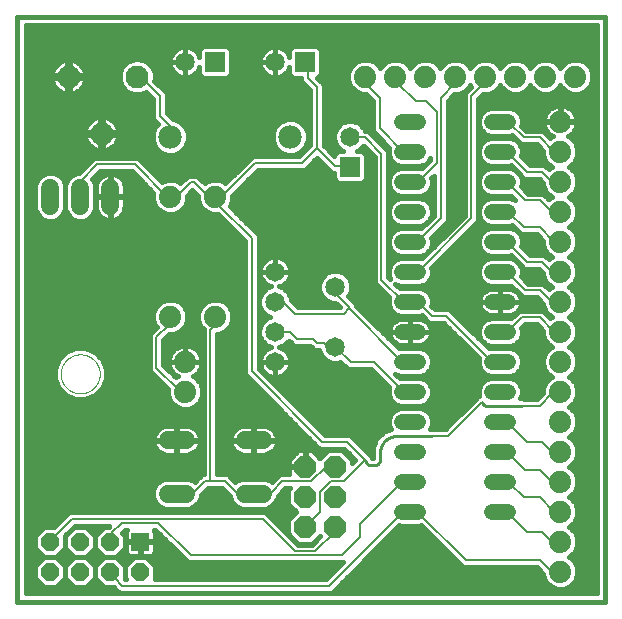
<source format=gtl>
G75*
%MOIN*%
%OFA0B0*%
%FSLAX25Y25*%
%IPPOS*%
%LPD*%
%AMOC8*
5,1,8,0,0,1.08239X$1,22.5*
%
%ADD10C,0.01600*%
%ADD11C,0.07677*%
%ADD12OC8,0.07400*%
%ADD13C,0.07400*%
%ADD14C,0.05200*%
%ADD15C,0.06500*%
%ADD16C,0.06000*%
%ADD17C,0.00000*%
%ADD18R,0.06500X0.06500*%
%ADD19C,0.07800*%
%ADD20R,0.06000X0.06000*%
%ADD21OC8,0.06000*%
%ADD22C,0.00600*%
%ADD23C,0.00840*%
D10*
X0063516Y0008338D02*
X0259516Y0008338D01*
X0259516Y0203338D01*
X0063516Y0203338D01*
X0063516Y0008338D01*
X0066316Y0011138D02*
X0256716Y0011138D01*
X0256716Y0200538D01*
X0066316Y0200538D01*
X0066316Y0011138D01*
X0066316Y0011665D02*
X0097336Y0011665D01*
X0097563Y0011438D02*
X0168469Y0011438D01*
X0190837Y0033806D01*
X0191001Y0033738D01*
X0198031Y0033738D01*
X0198195Y0033806D01*
X0210816Y0021186D01*
X0212163Y0019838D01*
X0236763Y0019838D01*
X0238816Y0017786D01*
X0238816Y0017204D01*
X0239684Y0015109D01*
X0241287Y0013506D01*
X0243382Y0012638D01*
X0245650Y0012638D01*
X0247745Y0013506D01*
X0249348Y0015109D01*
X0250216Y0017204D01*
X0250216Y0019472D01*
X0249348Y0021567D01*
X0247745Y0023170D01*
X0247340Y0023338D01*
X0247745Y0023506D01*
X0249348Y0025109D01*
X0250216Y0027204D01*
X0250216Y0029472D01*
X0249348Y0031567D01*
X0247745Y0033170D01*
X0247340Y0033338D01*
X0247745Y0033506D01*
X0249348Y0035109D01*
X0250216Y0037204D01*
X0250216Y0039472D01*
X0249348Y0041567D01*
X0247745Y0043170D01*
X0247340Y0043338D01*
X0247745Y0043506D01*
X0249348Y0045109D01*
X0250216Y0047204D01*
X0250216Y0049472D01*
X0249348Y0051567D01*
X0247745Y0053170D01*
X0247340Y0053338D01*
X0247745Y0053506D01*
X0249348Y0055109D01*
X0250216Y0057204D01*
X0250216Y0059472D01*
X0249348Y0061567D01*
X0247745Y0063170D01*
X0247340Y0063338D01*
X0247745Y0063506D01*
X0249348Y0065109D01*
X0250216Y0067204D01*
X0250216Y0069472D01*
X0249348Y0071567D01*
X0247745Y0073170D01*
X0247340Y0073338D01*
X0247745Y0073506D01*
X0249348Y0075109D01*
X0250216Y0077204D01*
X0256716Y0077204D01*
X0256716Y0075606D02*
X0249554Y0075606D01*
X0250216Y0077204D02*
X0250216Y0079472D01*
X0249348Y0081567D01*
X0247745Y0083170D01*
X0247340Y0083338D01*
X0247745Y0083506D01*
X0249348Y0085109D01*
X0250216Y0087204D01*
X0250216Y0089472D01*
X0249348Y0091567D01*
X0247745Y0093170D01*
X0247340Y0093338D01*
X0247745Y0093506D01*
X0249348Y0095109D01*
X0250216Y0097204D01*
X0250216Y0099472D01*
X0249348Y0101567D01*
X0247745Y0103170D01*
X0247340Y0103338D01*
X0247745Y0103506D01*
X0249348Y0105109D01*
X0250216Y0107204D01*
X0250216Y0109472D01*
X0249348Y0111567D01*
X0247745Y0113170D01*
X0247340Y0113338D01*
X0247745Y0113506D01*
X0249348Y0115109D01*
X0250216Y0117204D01*
X0250216Y0119472D01*
X0249348Y0121567D01*
X0247745Y0123170D01*
X0247340Y0123338D01*
X0247745Y0123506D01*
X0249348Y0125109D01*
X0250216Y0127204D01*
X0250216Y0129472D01*
X0249348Y0131567D01*
X0247745Y0133170D01*
X0247340Y0133338D01*
X0247745Y0133506D01*
X0249348Y0135109D01*
X0250216Y0137204D01*
X0250216Y0139472D01*
X0249348Y0141567D01*
X0247745Y0143170D01*
X0247340Y0143338D01*
X0247745Y0143506D01*
X0249348Y0145109D01*
X0250216Y0147204D01*
X0250216Y0149472D01*
X0249348Y0151567D01*
X0247745Y0153170D01*
X0247340Y0153338D01*
X0247745Y0153506D01*
X0249348Y0155109D01*
X0250216Y0157204D01*
X0250216Y0159472D01*
X0249348Y0161567D01*
X0247745Y0163170D01*
X0247052Y0163457D01*
X0247399Y0163634D01*
X0248099Y0164143D01*
X0248711Y0164755D01*
X0249220Y0165456D01*
X0249613Y0166227D01*
X0249881Y0167050D01*
X0250016Y0167905D01*
X0250016Y0168138D01*
X0244716Y0168138D01*
X0244716Y0168538D01*
X0250016Y0168538D01*
X0250016Y0168771D01*
X0249881Y0169626D01*
X0249613Y0170449D01*
X0249220Y0171221D01*
X0248711Y0171921D01*
X0248099Y0172533D01*
X0247399Y0173042D01*
X0246627Y0173435D01*
X0245804Y0173703D01*
X0244949Y0173838D01*
X0244716Y0173838D01*
X0244716Y0168538D01*
X0244316Y0168538D01*
X0244316Y0168138D01*
X0239016Y0168138D01*
X0239016Y0167905D01*
X0239151Y0167050D01*
X0239419Y0166227D01*
X0239812Y0165456D01*
X0240321Y0164755D01*
X0240933Y0164143D01*
X0241633Y0163634D01*
X0241980Y0163457D01*
X0241287Y0163170D01*
X0241112Y0162995D01*
X0238669Y0165438D01*
X0233269Y0165438D01*
X0231589Y0167117D01*
X0231716Y0167423D01*
X0231716Y0169253D01*
X0231016Y0170944D01*
X0229722Y0172238D01*
X0228031Y0172938D01*
X0221001Y0172938D01*
X0219310Y0172238D01*
X0218016Y0170944D01*
X0217316Y0169253D01*
X0217316Y0167423D01*
X0218016Y0165733D01*
X0219310Y0164439D01*
X0221001Y0163738D01*
X0228031Y0163738D01*
X0228337Y0163865D01*
X0230016Y0162186D01*
X0231363Y0160838D01*
X0236763Y0160838D01*
X0238816Y0158786D01*
X0238816Y0157204D01*
X0239684Y0155109D01*
X0241287Y0153506D01*
X0241692Y0153338D01*
X0241287Y0153170D01*
X0240712Y0152595D01*
X0239269Y0154038D01*
X0234469Y0154038D01*
X0231531Y0156976D01*
X0231716Y0157423D01*
X0231716Y0159253D01*
X0231016Y0160944D01*
X0229722Y0162238D01*
X0228031Y0162938D01*
X0221001Y0162938D01*
X0219310Y0162238D01*
X0218016Y0160944D01*
X0217316Y0159253D01*
X0217316Y0157423D01*
X0218016Y0155733D01*
X0219310Y0154439D01*
X0221001Y0153738D01*
X0228031Y0153738D01*
X0228195Y0153806D01*
X0231216Y0150786D01*
X0232563Y0149438D01*
X0237363Y0149438D01*
X0238816Y0147986D01*
X0238816Y0147204D01*
X0239684Y0145109D01*
X0241287Y0143506D01*
X0241692Y0143338D01*
X0241287Y0143170D01*
X0240612Y0142495D01*
X0238669Y0144438D01*
X0233869Y0144438D01*
X0231472Y0146835D01*
X0231716Y0147423D01*
X0231716Y0149253D01*
X0231016Y0150944D01*
X0229722Y0152238D01*
X0228031Y0152938D01*
X0221001Y0152938D01*
X0219310Y0152238D01*
X0218016Y0150944D01*
X0217316Y0149253D01*
X0217316Y0147423D01*
X0218016Y0145733D01*
X0219310Y0144439D01*
X0221001Y0143738D01*
X0228031Y0143738D01*
X0228054Y0143748D01*
X0229452Y0142350D01*
X0228031Y0142938D01*
X0221001Y0142938D01*
X0219310Y0142238D01*
X0218016Y0140944D01*
X0217316Y0139253D01*
X0217316Y0137423D01*
X0218016Y0135733D01*
X0219310Y0134439D01*
X0221001Y0133738D01*
X0228031Y0133738D01*
X0228337Y0133865D01*
X0230016Y0132186D01*
X0231363Y0130838D01*
X0236763Y0130838D01*
X0238816Y0128786D01*
X0238816Y0127204D01*
X0239684Y0125109D01*
X0241287Y0123506D01*
X0241692Y0123338D01*
X0241287Y0123170D01*
X0240712Y0122595D01*
X0239269Y0124038D01*
X0234469Y0124038D01*
X0231531Y0126976D01*
X0231716Y0127423D01*
X0231716Y0129253D01*
X0231016Y0130944D01*
X0229722Y0132238D01*
X0228031Y0132938D01*
X0221001Y0132938D01*
X0219310Y0132238D01*
X0218016Y0130944D01*
X0217316Y0129253D01*
X0217316Y0127423D01*
X0218016Y0125733D01*
X0219310Y0124439D01*
X0221001Y0123738D01*
X0228031Y0123738D01*
X0228195Y0123806D01*
X0231216Y0120786D01*
X0232563Y0119438D01*
X0237363Y0119438D01*
X0238816Y0117986D01*
X0238816Y0117204D01*
X0239684Y0115109D01*
X0241287Y0113506D01*
X0241692Y0113338D01*
X0241287Y0113170D01*
X0240612Y0112495D01*
X0238669Y0114438D01*
X0233869Y0114438D01*
X0231472Y0116835D01*
X0231716Y0117423D01*
X0231716Y0119253D01*
X0231016Y0120944D01*
X0229722Y0122238D01*
X0228031Y0122938D01*
X0221001Y0122938D01*
X0219310Y0122238D01*
X0218016Y0120944D01*
X0217316Y0119253D01*
X0217316Y0117423D01*
X0218016Y0115733D01*
X0219310Y0114439D01*
X0221001Y0113738D01*
X0228031Y0113738D01*
X0228054Y0113748D01*
X0230616Y0111186D01*
X0231963Y0109838D01*
X0236763Y0109838D01*
X0238816Y0107786D01*
X0238816Y0107204D01*
X0239684Y0105109D01*
X0241287Y0103506D01*
X0241692Y0103338D01*
X0241287Y0103170D01*
X0241112Y0102995D01*
X0238669Y0105438D01*
X0230763Y0105438D01*
X0229416Y0104091D01*
X0228195Y0102870D01*
X0228031Y0102938D01*
X0221001Y0102938D01*
X0219310Y0102238D01*
X0218016Y0100944D01*
X0217316Y0099253D01*
X0217316Y0097423D01*
X0218016Y0095733D01*
X0219310Y0094439D01*
X0221001Y0093738D01*
X0228031Y0093738D01*
X0229722Y0094439D01*
X0231016Y0095733D01*
X0231716Y0097423D01*
X0231716Y0099253D01*
X0231531Y0099700D01*
X0232669Y0100838D01*
X0236763Y0100838D01*
X0238816Y0098786D01*
X0238816Y0097204D01*
X0239684Y0095109D01*
X0241287Y0093506D01*
X0241692Y0093338D01*
X0241287Y0093170D01*
X0239684Y0091567D01*
X0238816Y0089472D01*
X0238816Y0087204D01*
X0239684Y0085109D01*
X0241287Y0083506D01*
X0241692Y0083338D01*
X0241287Y0083170D01*
X0239684Y0081567D01*
X0238816Y0079472D01*
X0238816Y0078091D01*
X0236763Y0076038D01*
X0232487Y0076038D01*
X0232197Y0076158D01*
X0231192Y0076158D01*
X0231716Y0077423D01*
X0231716Y0079253D01*
X0231016Y0080944D01*
X0229722Y0082238D01*
X0228031Y0082938D01*
X0221001Y0082938D01*
X0219310Y0082238D01*
X0218016Y0080944D01*
X0217316Y0079253D01*
X0217316Y0077423D01*
X0217443Y0077117D01*
X0217435Y0077110D01*
X0217145Y0076990D01*
X0216464Y0076309D01*
X0216344Y0076019D01*
X0206163Y0065838D01*
X0202487Y0065838D01*
X0202197Y0065958D01*
X0201109Y0065958D01*
X0201716Y0067423D01*
X0201716Y0069253D01*
X0201016Y0070944D01*
X0199722Y0072238D01*
X0198031Y0072938D01*
X0191001Y0072938D01*
X0189310Y0072238D01*
X0188016Y0070944D01*
X0187316Y0069253D01*
X0187316Y0067423D01*
X0187963Y0065860D01*
X0185400Y0064798D01*
X0185400Y0064798D01*
X0183256Y0062655D01*
X0183256Y0062655D01*
X0182096Y0059854D01*
X0182096Y0058820D01*
X0182096Y0058820D01*
X0182096Y0056258D01*
X0181920Y0056258D01*
X0181816Y0056509D01*
X0181816Y0056691D01*
X0181687Y0056819D01*
X0181568Y0057109D01*
X0180887Y0057790D01*
X0180597Y0057910D01*
X0174469Y0064038D01*
X0166069Y0064038D01*
X0144016Y0086091D01*
X0144016Y0130491D01*
X0142669Y0131838D01*
X0134363Y0140144D01*
X0135216Y0142204D01*
X0135216Y0143786D01*
X0143869Y0152438D01*
X0159469Y0152438D01*
X0163316Y0156286D01*
X0168363Y0151238D01*
X0169266Y0151238D01*
X0169266Y0149260D01*
X0170438Y0148088D01*
X0178594Y0148088D01*
X0179766Y0149260D01*
X0179766Y0157417D01*
X0178594Y0158588D01*
X0176767Y0158588D01*
X0177490Y0158887D01*
X0178967Y0160364D01*
X0178987Y0160414D01*
X0182616Y0156786D01*
X0182616Y0114786D01*
X0187560Y0109842D01*
X0187316Y0109253D01*
X0187316Y0107423D01*
X0188016Y0105733D01*
X0189310Y0104439D01*
X0191001Y0103738D01*
X0198031Y0103738D01*
X0198337Y0103865D01*
X0200763Y0101438D01*
X0205563Y0101438D01*
X0217443Y0089559D01*
X0217316Y0089253D01*
X0217316Y0087423D01*
X0218016Y0085733D01*
X0219310Y0084439D01*
X0221001Y0083738D01*
X0228031Y0083738D01*
X0229722Y0084439D01*
X0231016Y0085733D01*
X0231716Y0087423D01*
X0231716Y0089253D01*
X0231016Y0090944D01*
X0229722Y0092238D01*
X0228031Y0092938D01*
X0221001Y0092938D01*
X0220695Y0092812D01*
X0208816Y0104691D01*
X0207469Y0106038D01*
X0202669Y0106038D01*
X0201589Y0107117D01*
X0201716Y0107423D01*
X0201716Y0109253D01*
X0201016Y0110944D01*
X0199722Y0112238D01*
X0198031Y0112938D01*
X0191001Y0112938D01*
X0190978Y0112929D01*
X0189580Y0114327D01*
X0191001Y0113738D01*
X0198031Y0113738D01*
X0199722Y0114439D01*
X0201016Y0115733D01*
X0201716Y0117423D01*
X0201716Y0119253D01*
X0201589Y0119559D01*
X0217216Y0135186D01*
X0217216Y0175986D01*
X0218869Y0177638D01*
X0220650Y0177638D01*
X0222745Y0178506D01*
X0224348Y0180109D01*
X0224516Y0180514D01*
X0224684Y0180109D01*
X0226287Y0178506D01*
X0228382Y0177638D01*
X0230650Y0177638D01*
X0232745Y0178506D01*
X0234348Y0180109D01*
X0234516Y0180514D01*
X0234684Y0180109D01*
X0236287Y0178506D01*
X0238382Y0177638D01*
X0240650Y0177638D01*
X0242745Y0178506D01*
X0244348Y0180109D01*
X0244516Y0180514D01*
X0244684Y0180109D01*
X0246287Y0178506D01*
X0248382Y0177638D01*
X0250650Y0177638D01*
X0252745Y0178506D01*
X0254348Y0180109D01*
X0255216Y0182204D01*
X0255216Y0184472D01*
X0254348Y0186567D01*
X0252745Y0188170D01*
X0250650Y0189038D01*
X0248382Y0189038D01*
X0246287Y0188170D01*
X0244684Y0186567D01*
X0244516Y0186162D01*
X0244348Y0186567D01*
X0242745Y0188170D01*
X0240650Y0189038D01*
X0238382Y0189038D01*
X0236287Y0188170D01*
X0234684Y0186567D01*
X0234516Y0186162D01*
X0234348Y0186567D01*
X0232745Y0188170D01*
X0230650Y0189038D01*
X0228382Y0189038D01*
X0226287Y0188170D01*
X0224684Y0186567D01*
X0224516Y0186162D01*
X0224348Y0186567D01*
X0222745Y0188170D01*
X0220650Y0189038D01*
X0218382Y0189038D01*
X0216287Y0188170D01*
X0214684Y0186567D01*
X0214516Y0186162D01*
X0214348Y0186567D01*
X0212745Y0188170D01*
X0210650Y0189038D01*
X0208382Y0189038D01*
X0206287Y0188170D01*
X0204684Y0186567D01*
X0204516Y0186162D01*
X0204348Y0186567D01*
X0202745Y0188170D01*
X0200650Y0189038D01*
X0198382Y0189038D01*
X0196287Y0188170D01*
X0194684Y0186567D01*
X0194516Y0186162D01*
X0194348Y0186567D01*
X0192745Y0188170D01*
X0190650Y0189038D01*
X0188382Y0189038D01*
X0186287Y0188170D01*
X0184684Y0186567D01*
X0184516Y0186162D01*
X0184348Y0186567D01*
X0182745Y0188170D01*
X0180650Y0189038D01*
X0178382Y0189038D01*
X0176287Y0188170D01*
X0174684Y0186567D01*
X0173816Y0184472D01*
X0173816Y0182204D01*
X0174684Y0180109D01*
X0176287Y0178506D01*
X0178382Y0177638D01*
X0179763Y0177638D01*
X0182016Y0175386D01*
X0182016Y0165186D01*
X0183363Y0163838D01*
X0187501Y0159700D01*
X0187316Y0159253D01*
X0187316Y0157423D01*
X0188016Y0155733D01*
X0189310Y0154439D01*
X0191001Y0153738D01*
X0198031Y0153738D01*
X0199722Y0154439D01*
X0201016Y0155733D01*
X0201216Y0156216D01*
X0201216Y0155691D01*
X0198337Y0152812D01*
X0198031Y0152938D01*
X0191001Y0152938D01*
X0189310Y0152238D01*
X0188016Y0150944D01*
X0187316Y0149253D01*
X0187316Y0147423D01*
X0188016Y0145733D01*
X0189310Y0144439D01*
X0191001Y0143738D01*
X0198031Y0143738D01*
X0199722Y0144439D01*
X0201016Y0145733D01*
X0201716Y0147423D01*
X0201716Y0149253D01*
X0201589Y0149559D01*
X0202416Y0150386D01*
X0202416Y0137091D01*
X0198195Y0132870D01*
X0198031Y0132938D01*
X0191001Y0132938D01*
X0189310Y0132238D01*
X0188016Y0130944D01*
X0187316Y0129253D01*
X0187316Y0127423D01*
X0188016Y0125733D01*
X0189310Y0124439D01*
X0191001Y0123738D01*
X0198031Y0123738D01*
X0199722Y0124439D01*
X0201016Y0125733D01*
X0201716Y0127423D01*
X0201716Y0129253D01*
X0201531Y0129700D01*
X0205669Y0133838D01*
X0207016Y0135186D01*
X0207016Y0175386D01*
X0209269Y0177638D01*
X0210650Y0177638D01*
X0212745Y0178506D01*
X0214348Y0180109D01*
X0214516Y0180514D01*
X0214684Y0180109D01*
X0214759Y0180034D01*
X0212616Y0177891D01*
X0212616Y0137091D01*
X0198337Y0122812D01*
X0198031Y0122938D01*
X0191001Y0122938D01*
X0189310Y0122238D01*
X0188016Y0120944D01*
X0187316Y0119253D01*
X0187316Y0117423D01*
X0187905Y0116002D01*
X0187216Y0116691D01*
X0187216Y0158691D01*
X0185869Y0160038D01*
X0180469Y0165438D01*
X0179329Y0165438D01*
X0178967Y0166312D01*
X0177490Y0167789D01*
X0175560Y0168588D01*
X0173472Y0168588D01*
X0171542Y0167789D01*
X0170065Y0166312D01*
X0169266Y0164382D01*
X0169266Y0162294D01*
X0170065Y0160364D01*
X0171542Y0158887D01*
X0172265Y0158588D01*
X0170438Y0158588D01*
X0169266Y0157417D01*
X0169266Y0156841D01*
X0165616Y0160491D01*
X0165616Y0180891D01*
X0163419Y0183088D01*
X0163594Y0183088D01*
X0164766Y0184260D01*
X0164766Y0192417D01*
X0163594Y0193588D01*
X0155438Y0193588D01*
X0154266Y0192417D01*
X0154266Y0190061D01*
X0154196Y0190277D01*
X0153835Y0190985D01*
X0153368Y0191628D01*
X0152806Y0192190D01*
X0152163Y0192657D01*
X0151454Y0193018D01*
X0150698Y0193264D01*
X0149913Y0193388D01*
X0149516Y0193388D01*
X0149516Y0188338D01*
X0149516Y0183288D01*
X0149913Y0183288D01*
X0150698Y0183413D01*
X0151454Y0183658D01*
X0152163Y0184019D01*
X0152806Y0184486D01*
X0153368Y0185048D01*
X0153835Y0185691D01*
X0154196Y0186400D01*
X0154266Y0186615D01*
X0154266Y0184260D01*
X0155438Y0183088D01*
X0158016Y0183088D01*
X0158016Y0181986D01*
X0159363Y0180638D01*
X0161016Y0178986D01*
X0161016Y0160491D01*
X0157563Y0157038D01*
X0141963Y0157038D01*
X0140616Y0155691D01*
X0140616Y0155691D01*
X0132920Y0147995D01*
X0132745Y0148170D01*
X0130650Y0149038D01*
X0128382Y0149038D01*
X0126287Y0148170D01*
X0126012Y0147895D01*
X0124816Y0149091D01*
X0123469Y0150438D01*
X0120363Y0150438D01*
X0117920Y0147995D01*
X0117745Y0148170D01*
X0115650Y0149038D01*
X0113382Y0149038D01*
X0111746Y0148361D01*
X0103669Y0156438D01*
X0089163Y0156438D01*
X0087816Y0155091D01*
X0084063Y0151338D01*
X0083521Y0151338D01*
X0081684Y0150577D01*
X0080277Y0149170D01*
X0079516Y0147333D01*
X0079516Y0139344D01*
X0080277Y0137506D01*
X0081684Y0136099D01*
X0083521Y0135338D01*
X0085511Y0135338D01*
X0087348Y0136099D01*
X0088755Y0137506D01*
X0089516Y0139344D01*
X0089516Y0147333D01*
X0088755Y0149170D01*
X0088578Y0149347D01*
X0091069Y0151838D01*
X0101763Y0151838D01*
X0108908Y0144694D01*
X0108816Y0144472D01*
X0108816Y0142204D01*
X0109684Y0140109D01*
X0111287Y0138506D01*
X0113382Y0137638D01*
X0115650Y0137638D01*
X0117745Y0138506D01*
X0119348Y0140109D01*
X0120216Y0142204D01*
X0120216Y0143786D01*
X0121916Y0145486D01*
X0123816Y0143586D01*
X0123816Y0142204D01*
X0124684Y0140109D01*
X0126287Y0138506D01*
X0128382Y0137638D01*
X0130363Y0137638D01*
X0139416Y0128586D01*
X0139416Y0084186D01*
X0162816Y0060786D01*
X0164163Y0059438D01*
X0172563Y0059438D01*
X0176263Y0055738D01*
X0175216Y0054691D01*
X0175216Y0055699D01*
X0171877Y0059038D01*
X0167155Y0059038D01*
X0164375Y0056258D01*
X0161794Y0058838D01*
X0159716Y0058838D01*
X0159716Y0053538D01*
X0159316Y0053538D01*
X0159316Y0053138D01*
X0154016Y0053138D01*
X0154016Y0051060D01*
X0154238Y0050838D01*
X0150963Y0050838D01*
X0148475Y0048350D01*
X0148148Y0048677D01*
X0146311Y0049438D01*
X0138321Y0049438D01*
X0136484Y0048677D01*
X0136157Y0048350D01*
X0133669Y0050838D01*
X0130216Y0050838D01*
X0130216Y0097638D01*
X0130650Y0097638D01*
X0132745Y0098506D01*
X0134348Y0100109D01*
X0135216Y0102204D01*
X0135216Y0104472D01*
X0134348Y0106567D01*
X0132745Y0108170D01*
X0130650Y0109038D01*
X0128382Y0109038D01*
X0126287Y0108170D01*
X0124684Y0106567D01*
X0123816Y0104472D01*
X0123816Y0102204D01*
X0124684Y0100109D01*
X0125616Y0099177D01*
X0125616Y0050838D01*
X0125163Y0050838D01*
X0123816Y0049491D01*
X0123816Y0049491D01*
X0122775Y0048450D01*
X0122548Y0048677D01*
X0120711Y0049438D01*
X0112721Y0049438D01*
X0110884Y0048677D01*
X0109477Y0047270D01*
X0108716Y0045433D01*
X0108716Y0043444D01*
X0109477Y0041606D01*
X0110884Y0040199D01*
X0112721Y0039438D01*
X0120711Y0039438D01*
X0122548Y0040199D01*
X0123955Y0041606D01*
X0124716Y0043444D01*
X0124716Y0043886D01*
X0127069Y0046238D01*
X0131763Y0046238D01*
X0134016Y0043986D01*
X0134316Y0043686D01*
X0134316Y0043444D01*
X0135077Y0041606D01*
X0136484Y0040199D01*
X0138321Y0039438D01*
X0146311Y0039438D01*
X0148148Y0040199D01*
X0149555Y0041606D01*
X0150316Y0043444D01*
X0150316Y0043686D01*
X0150616Y0043986D01*
X0152869Y0046238D01*
X0154355Y0046238D01*
X0153816Y0045699D01*
X0153816Y0040977D01*
X0156455Y0038338D01*
X0153816Y0035699D01*
X0153816Y0030977D01*
X0157155Y0027638D01*
X0161877Y0027638D01*
X0164516Y0030277D01*
X0164559Y0030234D01*
X0161763Y0027438D01*
X0157069Y0027438D01*
X0146269Y0038238D01*
X0080763Y0038238D01*
X0079416Y0036891D01*
X0075863Y0033338D01*
X0072445Y0033338D01*
X0069516Y0030409D01*
X0069516Y0026267D01*
X0072445Y0023338D01*
X0069516Y0020409D01*
X0069516Y0016267D01*
X0072445Y0013338D01*
X0076587Y0013338D01*
X0079516Y0016267D01*
X0082445Y0013338D01*
X0086587Y0013338D01*
X0089516Y0016267D01*
X0092445Y0013338D01*
X0095663Y0013338D01*
X0096216Y0012786D01*
X0096216Y0012786D01*
X0097563Y0011438D01*
X0095738Y0013264D02*
X0066316Y0013264D01*
X0066316Y0014862D02*
X0070921Y0014862D01*
X0069516Y0016461D02*
X0066316Y0016461D01*
X0066316Y0018059D02*
X0069516Y0018059D01*
X0069516Y0019658D02*
X0066316Y0019658D01*
X0066316Y0021256D02*
X0070363Y0021256D01*
X0071962Y0022855D02*
X0066316Y0022855D01*
X0066316Y0024453D02*
X0071330Y0024453D01*
X0072445Y0023338D02*
X0076587Y0023338D01*
X0072445Y0023338D01*
X0069731Y0026052D02*
X0066316Y0026052D01*
X0066316Y0027650D02*
X0069516Y0027650D01*
X0069516Y0029249D02*
X0066316Y0029249D01*
X0066316Y0030847D02*
X0069954Y0030847D01*
X0071553Y0032446D02*
X0066316Y0032446D01*
X0066316Y0034044D02*
X0076569Y0034044D01*
X0078168Y0035643D02*
X0066316Y0035643D01*
X0066316Y0037241D02*
X0079767Y0037241D01*
X0082669Y0033638D02*
X0094163Y0033638D01*
X0093963Y0033438D01*
X0093863Y0033338D01*
X0092445Y0033338D01*
X0089516Y0030409D01*
X0089516Y0026267D01*
X0092445Y0023338D01*
X0089516Y0020409D01*
X0089516Y0016267D01*
X0089516Y0020409D01*
X0086587Y0023338D01*
X0082445Y0023338D01*
X0079516Y0020409D01*
X0079516Y0016267D01*
X0079516Y0020409D01*
X0076587Y0023338D01*
X0079516Y0026267D01*
X0079516Y0030409D01*
X0079478Y0030447D01*
X0082669Y0033638D01*
X0082445Y0033338D02*
X0079516Y0030409D01*
X0079516Y0026267D01*
X0082445Y0023338D01*
X0086587Y0023338D01*
X0089516Y0026267D01*
X0089516Y0030409D01*
X0086587Y0033338D01*
X0082445Y0033338D01*
X0081553Y0032446D02*
X0081476Y0032446D01*
X0079954Y0030847D02*
X0079878Y0030847D01*
X0079516Y0029249D02*
X0079516Y0029249D01*
X0079516Y0027650D02*
X0079516Y0027650D01*
X0079301Y0026052D02*
X0079731Y0026052D01*
X0081330Y0024453D02*
X0077702Y0024453D01*
X0077070Y0022855D02*
X0081962Y0022855D01*
X0080363Y0021256D02*
X0078669Y0021256D01*
X0079516Y0019658D02*
X0079516Y0019658D01*
X0079516Y0018059D02*
X0079516Y0018059D01*
X0079516Y0016461D02*
X0079516Y0016461D01*
X0078111Y0014862D02*
X0080921Y0014862D01*
X0088111Y0014862D02*
X0090921Y0014862D01*
X0089516Y0016461D02*
X0089516Y0016461D01*
X0089516Y0018059D02*
X0089516Y0018059D01*
X0089516Y0019658D02*
X0089516Y0019658D01*
X0088669Y0021256D02*
X0090363Y0021256D01*
X0091962Y0022855D02*
X0087070Y0022855D01*
X0087702Y0024453D02*
X0091330Y0024453D01*
X0092445Y0023338D02*
X0096587Y0023338D01*
X0092445Y0023338D01*
X0089731Y0026052D02*
X0089301Y0026052D01*
X0089516Y0027650D02*
X0089516Y0027650D01*
X0089516Y0029249D02*
X0089516Y0029249D01*
X0089078Y0030847D02*
X0089954Y0030847D01*
X0091553Y0032446D02*
X0087479Y0032446D01*
X0098478Y0031447D02*
X0099469Y0032438D01*
X0100073Y0032438D01*
X0099839Y0032033D01*
X0099716Y0031575D01*
X0099716Y0028538D01*
X0104316Y0028538D01*
X0104316Y0028138D01*
X0104716Y0028138D01*
X0104716Y0023538D01*
X0107753Y0023538D01*
X0108211Y0023661D01*
X0108621Y0023898D01*
X0108956Y0024233D01*
X0109193Y0024643D01*
X0109316Y0025101D01*
X0109316Y0028138D01*
X0104716Y0028138D01*
X0104716Y0028538D01*
X0109316Y0028538D01*
X0109316Y0031575D01*
X0109193Y0032033D01*
X0108959Y0032438D01*
X0109563Y0032438D01*
X0120363Y0021638D01*
X0172163Y0021638D01*
X0166563Y0016038D01*
X0109287Y0016038D01*
X0109516Y0016267D01*
X0109516Y0020409D01*
X0106587Y0023338D01*
X0102445Y0023338D01*
X0099516Y0020409D01*
X0096587Y0023338D01*
X0099516Y0026267D01*
X0099516Y0030409D01*
X0098478Y0031447D01*
X0099078Y0030847D02*
X0099716Y0030847D01*
X0099716Y0029249D02*
X0099516Y0029249D01*
X0099716Y0028138D02*
X0099716Y0025101D01*
X0099839Y0024643D01*
X0100076Y0024233D01*
X0100411Y0023898D01*
X0100821Y0023661D01*
X0101279Y0023538D01*
X0104316Y0023538D01*
X0104316Y0028138D01*
X0099716Y0028138D01*
X0099716Y0027650D02*
X0099516Y0027650D01*
X0099716Y0026052D02*
X0099301Y0026052D01*
X0099948Y0024453D02*
X0097702Y0024453D01*
X0097070Y0022855D02*
X0101962Y0022855D01*
X0100363Y0021256D02*
X0098669Y0021256D01*
X0099516Y0020409D02*
X0099516Y0016267D01*
X0099378Y0016129D01*
X0099469Y0016038D01*
X0099745Y0016038D01*
X0099516Y0016267D01*
X0099516Y0020409D01*
X0099516Y0019658D02*
X0099516Y0019658D01*
X0099516Y0018059D02*
X0099516Y0018059D01*
X0099516Y0016461D02*
X0099516Y0016461D01*
X0104316Y0024453D02*
X0104716Y0024453D01*
X0104716Y0026052D02*
X0104316Y0026052D01*
X0104316Y0027650D02*
X0104716Y0027650D01*
X0109316Y0027650D02*
X0114351Y0027650D01*
X0115950Y0026052D02*
X0109316Y0026052D01*
X0109084Y0024453D02*
X0117548Y0024453D01*
X0119147Y0022855D02*
X0107070Y0022855D01*
X0108669Y0021256D02*
X0171781Y0021256D01*
X0170183Y0019658D02*
X0109516Y0019658D01*
X0109516Y0018059D02*
X0168584Y0018059D01*
X0166986Y0016461D02*
X0109516Y0016461D01*
X0109316Y0029249D02*
X0112753Y0029249D01*
X0111154Y0030847D02*
X0109316Y0030847D01*
X0110645Y0040438D02*
X0066316Y0040438D01*
X0066316Y0038840D02*
X0155953Y0038840D01*
X0155358Y0037241D02*
X0147265Y0037241D01*
X0148864Y0035643D02*
X0153816Y0035643D01*
X0153816Y0034044D02*
X0150462Y0034044D01*
X0152061Y0032446D02*
X0153816Y0032446D01*
X0153946Y0030847D02*
X0153659Y0030847D01*
X0155258Y0029249D02*
X0155544Y0029249D01*
X0156856Y0027650D02*
X0157143Y0027650D01*
X0161889Y0027650D02*
X0161975Y0027650D01*
X0163488Y0029249D02*
X0163574Y0029249D01*
X0154355Y0040438D02*
X0148387Y0040438D01*
X0149733Y0042037D02*
X0153816Y0042037D01*
X0153816Y0043635D02*
X0150316Y0043635D01*
X0151864Y0045234D02*
X0153816Y0045234D01*
X0150155Y0050030D02*
X0134477Y0050030D01*
X0136076Y0048431D02*
X0136238Y0048431D01*
X0132767Y0045234D02*
X0126064Y0045234D01*
X0124716Y0043635D02*
X0134316Y0043635D01*
X0134899Y0042037D02*
X0124133Y0042037D01*
X0122787Y0040438D02*
X0136245Y0040438D01*
X0148394Y0048431D02*
X0148556Y0048431D01*
X0154016Y0051628D02*
X0130216Y0051628D01*
X0130216Y0053227D02*
X0159316Y0053227D01*
X0159316Y0053538D02*
X0154016Y0053538D01*
X0154016Y0055616D01*
X0157238Y0058838D01*
X0159316Y0058838D01*
X0159316Y0053538D01*
X0159316Y0054825D02*
X0159716Y0054825D01*
X0159716Y0056424D02*
X0159316Y0056424D01*
X0159316Y0058022D02*
X0159716Y0058022D01*
X0162610Y0058022D02*
X0166139Y0058022D01*
X0164540Y0056424D02*
X0164209Y0056424D01*
X0163981Y0059621D02*
X0149347Y0059621D01*
X0149421Y0059722D02*
X0149764Y0060396D01*
X0149998Y0061114D01*
X0150116Y0061860D01*
X0150116Y0062038D01*
X0142516Y0062038D01*
X0142516Y0057438D01*
X0145694Y0057438D01*
X0146440Y0057556D01*
X0147159Y0057790D01*
X0147832Y0058133D01*
X0148443Y0058577D01*
X0148977Y0059111D01*
X0149421Y0059722D01*
X0150014Y0061219D02*
X0162382Y0061219D01*
X0160784Y0062818D02*
X0150084Y0062818D01*
X0150116Y0062616D02*
X0149998Y0063362D01*
X0149764Y0064081D01*
X0149421Y0064754D01*
X0148977Y0065365D01*
X0148443Y0065899D01*
X0147832Y0066344D01*
X0147159Y0066687D01*
X0146440Y0066920D01*
X0145694Y0067038D01*
X0142516Y0067038D01*
X0142516Y0062438D01*
X0150116Y0062438D01*
X0150116Y0062616D01*
X0149593Y0064416D02*
X0159185Y0064416D01*
X0157587Y0066015D02*
X0148284Y0066015D01*
X0142516Y0066015D02*
X0142116Y0066015D01*
X0142116Y0067038D02*
X0138938Y0067038D01*
X0138192Y0066920D01*
X0137473Y0066687D01*
X0136800Y0066344D01*
X0136189Y0065899D01*
X0135655Y0065365D01*
X0135211Y0064754D01*
X0134868Y0064081D01*
X0134634Y0063362D01*
X0134516Y0062616D01*
X0134516Y0062438D01*
X0142116Y0062438D01*
X0142116Y0062038D01*
X0142516Y0062038D01*
X0142516Y0062438D01*
X0142116Y0062438D01*
X0142116Y0067038D01*
X0142116Y0064416D02*
X0142516Y0064416D01*
X0142516Y0062818D02*
X0142116Y0062818D01*
X0142116Y0062038D02*
X0134516Y0062038D01*
X0134516Y0061860D01*
X0134634Y0061114D01*
X0134868Y0060396D01*
X0135211Y0059722D01*
X0135655Y0059111D01*
X0136189Y0058577D01*
X0136800Y0058133D01*
X0137473Y0057790D01*
X0138192Y0057556D01*
X0138938Y0057438D01*
X0142116Y0057438D01*
X0142116Y0062038D01*
X0142116Y0061219D02*
X0142516Y0061219D01*
X0142516Y0059621D02*
X0142116Y0059621D01*
X0142116Y0058022D02*
X0142516Y0058022D01*
X0147614Y0058022D02*
X0156422Y0058022D01*
X0154823Y0056424D02*
X0130216Y0056424D01*
X0130216Y0058022D02*
X0137018Y0058022D01*
X0135285Y0059621D02*
X0130216Y0059621D01*
X0130216Y0061219D02*
X0134618Y0061219D01*
X0134548Y0062818D02*
X0130216Y0062818D01*
X0130216Y0064416D02*
X0135039Y0064416D01*
X0136348Y0066015D02*
X0130216Y0066015D01*
X0130216Y0067613D02*
X0155988Y0067613D01*
X0154390Y0069212D02*
X0130216Y0069212D01*
X0130216Y0070810D02*
X0152791Y0070810D01*
X0151193Y0072409D02*
X0130216Y0072409D01*
X0130216Y0074007D02*
X0149594Y0074007D01*
X0147996Y0075606D02*
X0130216Y0075606D01*
X0130216Y0077204D02*
X0146397Y0077204D01*
X0144799Y0078803D02*
X0130216Y0078803D01*
X0130216Y0080401D02*
X0143200Y0080401D01*
X0141602Y0082000D02*
X0130216Y0082000D01*
X0130216Y0083598D02*
X0140003Y0083598D01*
X0139416Y0085197D02*
X0130216Y0085197D01*
X0130216Y0086795D02*
X0139416Y0086795D01*
X0139416Y0088394D02*
X0130216Y0088394D01*
X0130216Y0089992D02*
X0139416Y0089992D01*
X0139416Y0091591D02*
X0130216Y0091591D01*
X0130216Y0093189D02*
X0139416Y0093189D01*
X0139416Y0094788D02*
X0130216Y0094788D01*
X0130216Y0096386D02*
X0139416Y0096386D01*
X0139416Y0097985D02*
X0131487Y0097985D01*
X0133822Y0099583D02*
X0139416Y0099583D01*
X0139416Y0101182D02*
X0134792Y0101182D01*
X0135216Y0102780D02*
X0139416Y0102780D01*
X0139416Y0104379D02*
X0135216Y0104379D01*
X0134592Y0105977D02*
X0139416Y0105977D01*
X0139416Y0107576D02*
X0133339Y0107576D01*
X0125693Y0107576D02*
X0118339Y0107576D01*
X0117745Y0108170D02*
X0115650Y0109038D01*
X0113382Y0109038D01*
X0111287Y0108170D01*
X0109684Y0106567D01*
X0108816Y0104472D01*
X0108816Y0102204D01*
X0109684Y0100109D01*
X0109959Y0099834D01*
X0108963Y0098838D01*
X0107616Y0097491D01*
X0107616Y0085386D01*
X0113816Y0079186D01*
X0113816Y0077204D01*
X0089403Y0077204D01*
X0089331Y0077132D02*
X0091722Y0079523D01*
X0093016Y0082647D01*
X0093016Y0086029D01*
X0091722Y0089153D01*
X0089331Y0091544D01*
X0086207Y0092838D01*
X0082825Y0092838D01*
X0079701Y0091544D01*
X0077310Y0089153D01*
X0076016Y0086029D01*
X0076016Y0082647D01*
X0077310Y0079523D01*
X0079701Y0077132D01*
X0082825Y0075838D01*
X0086207Y0075838D01*
X0089331Y0077132D01*
X0091001Y0078803D02*
X0113816Y0078803D01*
X0113816Y0077204D02*
X0114684Y0075109D01*
X0116287Y0073506D01*
X0118382Y0072638D01*
X0120650Y0072638D01*
X0122745Y0073506D01*
X0124348Y0075109D01*
X0125216Y0077204D01*
X0125616Y0077204D01*
X0125216Y0077204D02*
X0125216Y0079472D01*
X0124348Y0081567D01*
X0122745Y0083170D01*
X0122052Y0083457D01*
X0122399Y0083634D01*
X0123099Y0084143D01*
X0123711Y0084755D01*
X0124220Y0085456D01*
X0124613Y0086227D01*
X0124881Y0087050D01*
X0125016Y0087905D01*
X0125016Y0088338D01*
X0119516Y0088338D01*
X0119516Y0088338D01*
X0114016Y0088338D01*
X0114016Y0087905D01*
X0114151Y0087050D01*
X0114419Y0086227D01*
X0114812Y0085456D01*
X0115321Y0084755D01*
X0115933Y0084143D01*
X0116633Y0083634D01*
X0116980Y0083457D01*
X0116322Y0083185D01*
X0112216Y0087291D01*
X0112216Y0095586D01*
X0114269Y0097638D01*
X0115650Y0097638D01*
X0117745Y0098506D01*
X0119348Y0100109D01*
X0120216Y0102204D01*
X0120216Y0104472D01*
X0119348Y0106567D01*
X0117745Y0108170D01*
X0119592Y0105977D02*
X0124440Y0105977D01*
X0123816Y0104379D02*
X0120216Y0104379D01*
X0120216Y0102780D02*
X0123816Y0102780D01*
X0124239Y0101182D02*
X0119792Y0101182D01*
X0118822Y0099583D02*
X0125210Y0099583D01*
X0125616Y0097985D02*
X0116487Y0097985D01*
X0113017Y0096386D02*
X0125616Y0096386D01*
X0125616Y0094788D02*
X0112216Y0094788D01*
X0112216Y0093189D02*
X0116922Y0093189D01*
X0116633Y0093042D02*
X0115933Y0092533D01*
X0115321Y0091921D01*
X0114812Y0091221D01*
X0114419Y0090449D01*
X0114151Y0089626D01*
X0114016Y0088771D01*
X0114016Y0088338D01*
X0119516Y0088338D01*
X0119516Y0088338D01*
X0125016Y0088338D01*
X0125016Y0088771D01*
X0124881Y0089626D01*
X0124613Y0090449D01*
X0124220Y0091221D01*
X0123711Y0091921D01*
X0123099Y0092533D01*
X0122399Y0093042D01*
X0121627Y0093435D01*
X0120804Y0093703D01*
X0119949Y0093838D01*
X0119516Y0093838D01*
X0119516Y0088338D01*
X0119516Y0088338D01*
X0119516Y0093838D01*
X0119083Y0093838D01*
X0118228Y0093703D01*
X0117405Y0093435D01*
X0116633Y0093042D01*
X0115081Y0091591D02*
X0112216Y0091591D01*
X0112216Y0089992D02*
X0114270Y0089992D01*
X0114016Y0088394D02*
X0112216Y0088394D01*
X0112712Y0086795D02*
X0114234Y0086795D01*
X0114310Y0085197D02*
X0115000Y0085197D01*
X0115909Y0083598D02*
X0116704Y0083598D01*
X0112600Y0080401D02*
X0092086Y0080401D01*
X0092748Y0082000D02*
X0111002Y0082000D01*
X0109403Y0083598D02*
X0093016Y0083598D01*
X0093016Y0085197D02*
X0107805Y0085197D01*
X0107616Y0086795D02*
X0092699Y0086795D01*
X0092036Y0088394D02*
X0107616Y0088394D01*
X0107616Y0089992D02*
X0090883Y0089992D01*
X0089218Y0091591D02*
X0107616Y0091591D01*
X0107616Y0093189D02*
X0066316Y0093189D01*
X0066316Y0091591D02*
X0079814Y0091591D01*
X0078149Y0089992D02*
X0066316Y0089992D01*
X0066316Y0088394D02*
X0076996Y0088394D01*
X0076333Y0086795D02*
X0066316Y0086795D01*
X0066316Y0085197D02*
X0076016Y0085197D01*
X0076016Y0083598D02*
X0066316Y0083598D01*
X0066316Y0082000D02*
X0076284Y0082000D01*
X0076946Y0080401D02*
X0066316Y0080401D01*
X0066316Y0078803D02*
X0078031Y0078803D01*
X0079629Y0077204D02*
X0066316Y0077204D01*
X0066316Y0075606D02*
X0114478Y0075606D01*
X0115786Y0074007D02*
X0066316Y0074007D01*
X0066316Y0072409D02*
X0125616Y0072409D01*
X0125616Y0074007D02*
X0123246Y0074007D01*
X0124554Y0075606D02*
X0125616Y0075606D01*
X0125616Y0078803D02*
X0125216Y0078803D01*
X0124831Y0080401D02*
X0125616Y0080401D01*
X0125616Y0082000D02*
X0123915Y0082000D01*
X0122328Y0083598D02*
X0125616Y0083598D01*
X0125616Y0085197D02*
X0124032Y0085197D01*
X0124798Y0086795D02*
X0125616Y0086795D01*
X0125616Y0088394D02*
X0125016Y0088394D01*
X0124762Y0089992D02*
X0125616Y0089992D01*
X0125616Y0091591D02*
X0123951Y0091591D01*
X0125616Y0093189D02*
X0122110Y0093189D01*
X0119516Y0093189D02*
X0119516Y0093189D01*
X0119516Y0091591D02*
X0119516Y0091591D01*
X0119516Y0089992D02*
X0119516Y0089992D01*
X0119516Y0088394D02*
X0119516Y0088394D01*
X0107616Y0094788D02*
X0066316Y0094788D01*
X0066316Y0096386D02*
X0107616Y0096386D01*
X0108110Y0097985D02*
X0066316Y0097985D01*
X0066316Y0099583D02*
X0109708Y0099583D01*
X0109239Y0101182D02*
X0066316Y0101182D01*
X0066316Y0102780D02*
X0108816Y0102780D01*
X0108816Y0104379D02*
X0066316Y0104379D01*
X0066316Y0105977D02*
X0109440Y0105977D01*
X0110693Y0107576D02*
X0066316Y0107576D01*
X0066316Y0109174D02*
X0139416Y0109174D01*
X0139416Y0110773D02*
X0066316Y0110773D01*
X0066316Y0112371D02*
X0139416Y0112371D01*
X0139416Y0113970D02*
X0066316Y0113970D01*
X0066316Y0115568D02*
X0139416Y0115568D01*
X0139416Y0117167D02*
X0066316Y0117167D01*
X0066316Y0118766D02*
X0139416Y0118766D01*
X0139416Y0120364D02*
X0066316Y0120364D01*
X0066316Y0121963D02*
X0139416Y0121963D01*
X0139416Y0123561D02*
X0066316Y0123561D01*
X0066316Y0125160D02*
X0139416Y0125160D01*
X0139416Y0126758D02*
X0066316Y0126758D01*
X0066316Y0128357D02*
X0139416Y0128357D01*
X0138046Y0129955D02*
X0066316Y0129955D01*
X0066316Y0131554D02*
X0136448Y0131554D01*
X0134849Y0133152D02*
X0066316Y0133152D01*
X0066316Y0134751D02*
X0133251Y0134751D01*
X0131652Y0136349D02*
X0097192Y0136349D01*
X0097032Y0136233D02*
X0097643Y0136677D01*
X0098177Y0137211D01*
X0098621Y0137822D01*
X0098964Y0138496D01*
X0099198Y0139214D01*
X0099316Y0139960D01*
X0099316Y0143138D01*
X0094716Y0143138D01*
X0094716Y0135538D01*
X0094894Y0135538D01*
X0095640Y0135656D01*
X0096359Y0135890D01*
X0097032Y0136233D01*
X0094716Y0136349D02*
X0094316Y0136349D01*
X0094316Y0135538D02*
X0094316Y0143138D01*
X0094716Y0143138D01*
X0094716Y0143538D01*
X0099316Y0143538D01*
X0099316Y0146716D01*
X0099198Y0147462D01*
X0098964Y0148181D01*
X0098621Y0148854D01*
X0098177Y0149465D01*
X0097643Y0149999D01*
X0097032Y0150444D01*
X0096359Y0150787D01*
X0095640Y0151020D01*
X0094894Y0151138D01*
X0094716Y0151138D01*
X0094716Y0143538D01*
X0094316Y0143538D01*
X0094316Y0143138D01*
X0089716Y0143138D01*
X0089716Y0139960D01*
X0089834Y0139214D01*
X0090068Y0138496D01*
X0090411Y0137822D01*
X0090855Y0137211D01*
X0091389Y0136677D01*
X0092000Y0136233D01*
X0092673Y0135890D01*
X0093392Y0135656D01*
X0094138Y0135538D01*
X0094316Y0135538D01*
X0094316Y0137948D02*
X0094716Y0137948D01*
X0094716Y0139546D02*
X0094316Y0139546D01*
X0094316Y0141145D02*
X0094716Y0141145D01*
X0094716Y0142743D02*
X0094316Y0142743D01*
X0094316Y0143538D02*
X0089716Y0143538D01*
X0089716Y0146716D01*
X0089834Y0147462D01*
X0090068Y0148181D01*
X0090411Y0148854D01*
X0090855Y0149465D01*
X0091389Y0149999D01*
X0092000Y0150444D01*
X0092673Y0150787D01*
X0093392Y0151020D01*
X0094138Y0151138D01*
X0094316Y0151138D01*
X0094316Y0143538D01*
X0094316Y0144342D02*
X0094716Y0144342D01*
X0094716Y0145940D02*
X0094316Y0145940D01*
X0094316Y0147539D02*
X0094716Y0147539D01*
X0094716Y0149137D02*
X0094316Y0149137D01*
X0094316Y0150736D02*
X0094716Y0150736D01*
X0096458Y0150736D02*
X0102866Y0150736D01*
X0104464Y0149137D02*
X0098415Y0149137D01*
X0099173Y0147539D02*
X0106063Y0147539D01*
X0107661Y0145940D02*
X0099316Y0145940D01*
X0099316Y0144342D02*
X0108816Y0144342D01*
X0108816Y0142743D02*
X0099316Y0142743D01*
X0099316Y0141145D02*
X0109255Y0141145D01*
X0110247Y0139546D02*
X0099250Y0139546D01*
X0098685Y0137948D02*
X0112635Y0137948D01*
X0116397Y0137948D02*
X0127635Y0137948D01*
X0125247Y0139546D02*
X0118785Y0139546D01*
X0119777Y0141145D02*
X0124255Y0141145D01*
X0123816Y0142743D02*
X0120216Y0142743D01*
X0120772Y0144342D02*
X0123060Y0144342D01*
X0124770Y0149137D02*
X0134062Y0149137D01*
X0135661Y0150736D02*
X0109371Y0150736D01*
X0107773Y0152334D02*
X0137259Y0152334D01*
X0138858Y0153933D02*
X0106174Y0153933D01*
X0104576Y0155531D02*
X0140456Y0155531D01*
X0143765Y0152334D02*
X0167267Y0152334D01*
X0165669Y0153933D02*
X0160963Y0153933D01*
X0162562Y0155531D02*
X0164070Y0155531D01*
X0167379Y0158728D02*
X0171926Y0158728D01*
X0170103Y0160327D02*
X0165780Y0160327D01*
X0165616Y0161925D02*
X0169419Y0161925D01*
X0169266Y0163524D02*
X0165616Y0163524D01*
X0165616Y0165122D02*
X0169572Y0165122D01*
X0170474Y0166721D02*
X0165616Y0166721D01*
X0165616Y0168319D02*
X0172823Y0168319D01*
X0176209Y0168319D02*
X0182016Y0168319D01*
X0182016Y0166721D02*
X0178558Y0166721D01*
X0180784Y0165122D02*
X0182079Y0165122D01*
X0182383Y0163524D02*
X0183678Y0163524D01*
X0183982Y0161925D02*
X0185276Y0161925D01*
X0185580Y0160327D02*
X0186875Y0160327D01*
X0187179Y0158728D02*
X0187316Y0158728D01*
X0187216Y0157130D02*
X0187437Y0157130D01*
X0187216Y0155531D02*
X0188217Y0155531D01*
X0187216Y0153933D02*
X0190531Y0153933D01*
X0189543Y0152334D02*
X0187216Y0152334D01*
X0187216Y0150736D02*
X0187930Y0150736D01*
X0187316Y0149137D02*
X0187216Y0149137D01*
X0187216Y0147539D02*
X0187316Y0147539D01*
X0187216Y0145940D02*
X0187930Y0145940D01*
X0187216Y0144342D02*
X0189544Y0144342D01*
X0190530Y0142743D02*
X0187216Y0142743D01*
X0187216Y0141145D02*
X0188217Y0141145D01*
X0188016Y0140944D02*
X0187316Y0139253D01*
X0187316Y0137423D01*
X0188016Y0135733D01*
X0189310Y0134439D01*
X0191001Y0133738D01*
X0198031Y0133738D01*
X0199722Y0134439D01*
X0201016Y0135733D01*
X0201716Y0137423D01*
X0201716Y0139253D01*
X0201016Y0140944D01*
X0199722Y0142238D01*
X0198031Y0142938D01*
X0191001Y0142938D01*
X0189310Y0142238D01*
X0188016Y0140944D01*
X0187437Y0139546D02*
X0187216Y0139546D01*
X0187216Y0137948D02*
X0187316Y0137948D01*
X0187216Y0136349D02*
X0187761Y0136349D01*
X0187216Y0134751D02*
X0188998Y0134751D01*
X0187216Y0133152D02*
X0198477Y0133152D01*
X0200034Y0134751D02*
X0200076Y0134751D01*
X0201271Y0136349D02*
X0201674Y0136349D01*
X0201716Y0137948D02*
X0202416Y0137948D01*
X0202416Y0139546D02*
X0201595Y0139546D01*
X0200815Y0141145D02*
X0202416Y0141145D01*
X0202416Y0142743D02*
X0198502Y0142743D01*
X0199488Y0144342D02*
X0202416Y0144342D01*
X0202416Y0145940D02*
X0201102Y0145940D01*
X0201716Y0147539D02*
X0202416Y0147539D01*
X0202416Y0149137D02*
X0201716Y0149137D01*
X0207016Y0149137D02*
X0212616Y0149137D01*
X0212616Y0147539D02*
X0207016Y0147539D01*
X0207016Y0145940D02*
X0212616Y0145940D01*
X0212616Y0144342D02*
X0207016Y0144342D01*
X0207016Y0142743D02*
X0212616Y0142743D01*
X0212616Y0141145D02*
X0207016Y0141145D01*
X0207016Y0139546D02*
X0212616Y0139546D01*
X0212616Y0137948D02*
X0207016Y0137948D01*
X0207016Y0136349D02*
X0211874Y0136349D01*
X0210276Y0134751D02*
X0206581Y0134751D01*
X0204983Y0133152D02*
X0208677Y0133152D01*
X0207079Y0131554D02*
X0203384Y0131554D01*
X0201786Y0129955D02*
X0205480Y0129955D01*
X0203882Y0128357D02*
X0201716Y0128357D01*
X0201440Y0126758D02*
X0202283Y0126758D01*
X0200685Y0125160D02*
X0200443Y0125160D01*
X0199086Y0123561D02*
X0187216Y0123561D01*
X0187216Y0121963D02*
X0189035Y0121963D01*
X0187776Y0120364D02*
X0187216Y0120364D01*
X0187216Y0118766D02*
X0187316Y0118766D01*
X0187216Y0117167D02*
X0187422Y0117167D01*
X0189937Y0113970D02*
X0190441Y0113970D01*
X0186629Y0110773D02*
X0174136Y0110773D01*
X0173967Y0110364D02*
X0174766Y0112294D01*
X0174766Y0114382D01*
X0173967Y0116312D01*
X0172490Y0117789D01*
X0170560Y0118588D01*
X0168472Y0118588D01*
X0166542Y0117789D01*
X0165065Y0116312D01*
X0164266Y0114382D01*
X0164266Y0112294D01*
X0165065Y0110364D01*
X0166542Y0108887D01*
X0168472Y0108088D01*
X0169513Y0108088D01*
X0170963Y0106638D01*
X0157069Y0106638D01*
X0154766Y0108941D01*
X0154766Y0109382D01*
X0153967Y0111312D01*
X0152490Y0112789D01*
X0150859Y0113465D01*
X0151454Y0113658D01*
X0152163Y0114019D01*
X0152806Y0114486D01*
X0153368Y0115048D01*
X0153835Y0115691D01*
X0154196Y0116400D01*
X0154442Y0117156D01*
X0154566Y0117941D01*
X0154566Y0118338D01*
X0149516Y0118338D01*
X0149516Y0118338D01*
X0144466Y0118338D01*
X0144466Y0117941D01*
X0144590Y0117156D01*
X0144836Y0116400D01*
X0145197Y0115691D01*
X0145664Y0115048D01*
X0146226Y0114486D01*
X0146869Y0114019D01*
X0147577Y0113658D01*
X0148173Y0113465D01*
X0146542Y0112789D01*
X0145065Y0111312D01*
X0144266Y0109382D01*
X0144266Y0107294D01*
X0145065Y0105364D01*
X0146542Y0103887D01*
X0147868Y0103338D01*
X0146542Y0102789D01*
X0145065Y0101312D01*
X0144266Y0099382D01*
X0144266Y0097294D01*
X0145065Y0095364D01*
X0146542Y0093887D01*
X0148173Y0093212D01*
X0147577Y0093018D01*
X0146869Y0092657D01*
X0146226Y0092190D01*
X0145664Y0091628D01*
X0145197Y0090985D01*
X0144836Y0090277D01*
X0144590Y0089521D01*
X0144466Y0088736D01*
X0144466Y0088338D01*
X0144466Y0087941D01*
X0144590Y0087156D01*
X0144836Y0086400D01*
X0145197Y0085691D01*
X0145664Y0085048D01*
X0146226Y0084486D01*
X0146869Y0084019D01*
X0147577Y0083658D01*
X0148333Y0083413D01*
X0149119Y0083288D01*
X0149516Y0083288D01*
X0149913Y0083288D01*
X0150698Y0083413D01*
X0151454Y0083658D01*
X0152163Y0084019D01*
X0152806Y0084486D01*
X0153368Y0085048D01*
X0153835Y0085691D01*
X0154196Y0086400D01*
X0154442Y0087156D01*
X0154566Y0087941D01*
X0154566Y0088338D01*
X0149516Y0088338D01*
X0149516Y0083288D01*
X0149516Y0088338D01*
X0149516Y0088338D01*
X0149516Y0088338D01*
X0144466Y0088338D01*
X0149516Y0088338D01*
X0149516Y0088338D01*
X0154566Y0088338D01*
X0154566Y0088736D01*
X0154442Y0089521D01*
X0154196Y0090277D01*
X0153835Y0090985D01*
X0153368Y0091628D01*
X0152806Y0092190D01*
X0152163Y0092657D01*
X0151454Y0093018D01*
X0150859Y0093212D01*
X0152490Y0093887D01*
X0153967Y0095364D01*
X0153987Y0095414D01*
X0154416Y0094986D01*
X0154416Y0094986D01*
X0155763Y0093638D01*
X0161163Y0093638D01*
X0162363Y0092438D01*
X0164266Y0092438D01*
X0164266Y0092294D01*
X0165065Y0090364D01*
X0166542Y0088887D01*
X0168472Y0088088D01*
X0170560Y0088088D01*
X0171234Y0088367D01*
X0173763Y0085838D01*
X0181563Y0085838D01*
X0187560Y0079842D01*
X0187316Y0079253D01*
X0187316Y0077423D01*
X0188016Y0075733D01*
X0189310Y0074439D01*
X0191001Y0073738D01*
X0198031Y0073738D01*
X0199722Y0074439D01*
X0201016Y0075733D01*
X0201716Y0077423D01*
X0201716Y0079253D01*
X0201016Y0080944D01*
X0199722Y0082238D01*
X0198031Y0082938D01*
X0191001Y0082938D01*
X0190978Y0082929D01*
X0189580Y0084327D01*
X0191001Y0083738D01*
X0198031Y0083738D01*
X0199722Y0084439D01*
X0201016Y0085733D01*
X0201716Y0087423D01*
X0201716Y0089253D01*
X0201016Y0090944D01*
X0199722Y0092238D01*
X0198031Y0092938D01*
X0191001Y0092938D01*
X0190695Y0092812D01*
X0176416Y0107091D01*
X0176416Y0107691D01*
X0173855Y0110252D01*
X0173967Y0110364D01*
X0174932Y0109174D02*
X0187316Y0109174D01*
X0187316Y0107576D02*
X0176416Y0107576D01*
X0177529Y0105977D02*
X0187915Y0105977D01*
X0189454Y0104379D02*
X0179128Y0104379D01*
X0180726Y0102780D02*
X0199421Y0102780D01*
X0199422Y0102101D02*
X0198805Y0102416D01*
X0198146Y0102630D01*
X0197462Y0102738D01*
X0194516Y0102738D01*
X0194516Y0098338D01*
X0194516Y0093938D01*
X0197462Y0093938D01*
X0198146Y0094047D01*
X0198805Y0094261D01*
X0199422Y0094575D01*
X0199982Y0094982D01*
X0200472Y0095472D01*
X0200879Y0096032D01*
X0201194Y0096649D01*
X0201408Y0097308D01*
X0201516Y0097992D01*
X0201516Y0098338D01*
X0194516Y0098338D01*
X0194516Y0098338D01*
X0194516Y0093938D01*
X0191570Y0093938D01*
X0190886Y0094047D01*
X0190227Y0094261D01*
X0189610Y0094575D01*
X0189050Y0094982D01*
X0188560Y0095472D01*
X0188153Y0096032D01*
X0187838Y0096649D01*
X0187624Y0097308D01*
X0187516Y0097992D01*
X0187516Y0098338D01*
X0194516Y0098338D01*
X0194516Y0098338D01*
X0194516Y0098338D01*
X0201516Y0098338D01*
X0201516Y0098684D01*
X0201408Y0099369D01*
X0201194Y0100027D01*
X0200879Y0100644D01*
X0200472Y0101205D01*
X0199982Y0101694D01*
X0199422Y0102101D01*
X0200489Y0101182D02*
X0205820Y0101182D01*
X0207418Y0099583D02*
X0201338Y0099583D01*
X0201515Y0097985D02*
X0209017Y0097985D01*
X0210615Y0096386D02*
X0201060Y0096386D01*
X0199715Y0094788D02*
X0212214Y0094788D01*
X0213812Y0093189D02*
X0190317Y0093189D01*
X0189317Y0094788D02*
X0188719Y0094788D01*
X0187972Y0096386D02*
X0187120Y0096386D01*
X0187517Y0097985D02*
X0185522Y0097985D01*
X0187516Y0098338D02*
X0187516Y0098684D01*
X0187624Y0099369D01*
X0187838Y0100027D01*
X0188153Y0100644D01*
X0188560Y0101205D01*
X0189050Y0101694D01*
X0189610Y0102101D01*
X0190227Y0102416D01*
X0190886Y0102630D01*
X0191570Y0102738D01*
X0194516Y0102738D01*
X0194516Y0098338D01*
X0187516Y0098338D01*
X0187694Y0099583D02*
X0183923Y0099583D01*
X0182325Y0101182D02*
X0188543Y0101182D01*
X0194516Y0101182D02*
X0194516Y0101182D01*
X0194516Y0099583D02*
X0194516Y0099583D01*
X0194516Y0098338D02*
X0194516Y0098338D01*
X0194516Y0097985D02*
X0194516Y0097985D01*
X0194516Y0096386D02*
X0194516Y0096386D01*
X0194516Y0094788D02*
X0194516Y0094788D01*
X0200369Y0091591D02*
X0215411Y0091591D01*
X0217009Y0089992D02*
X0201410Y0089992D01*
X0201716Y0088394D02*
X0217316Y0088394D01*
X0217576Y0086795D02*
X0201456Y0086795D01*
X0200480Y0085197D02*
X0218552Y0085197D01*
X0219072Y0082000D02*
X0199960Y0082000D01*
X0201240Y0080401D02*
X0217791Y0080401D01*
X0217316Y0078803D02*
X0201716Y0078803D01*
X0201625Y0077204D02*
X0217407Y0077204D01*
X0215931Y0075606D02*
X0200889Y0075606D01*
X0198680Y0074007D02*
X0214332Y0074007D01*
X0212734Y0072409D02*
X0199309Y0072409D01*
X0201071Y0070810D02*
X0211135Y0070810D01*
X0209537Y0069212D02*
X0201716Y0069212D01*
X0201716Y0067613D02*
X0207938Y0067613D01*
X0206340Y0066015D02*
X0201132Y0066015D01*
X0190352Y0074007D02*
X0156100Y0074007D01*
X0157698Y0072409D02*
X0189723Y0072409D01*
X0187961Y0070810D02*
X0159297Y0070810D01*
X0160895Y0069212D02*
X0187316Y0069212D01*
X0187316Y0067613D02*
X0162494Y0067613D01*
X0164092Y0066015D02*
X0187899Y0066015D01*
X0185018Y0064416D02*
X0165691Y0064416D01*
X0172893Y0058022D02*
X0173979Y0058022D01*
X0174492Y0056424D02*
X0175578Y0056424D01*
X0175350Y0054825D02*
X0175216Y0054825D01*
X0180485Y0058022D02*
X0182096Y0058022D01*
X0182096Y0056424D02*
X0181851Y0056424D01*
X0182096Y0059621D02*
X0178886Y0059621D01*
X0177288Y0061219D02*
X0182661Y0061219D01*
X0183419Y0062818D02*
X0175689Y0062818D01*
X0188143Y0075606D02*
X0154501Y0075606D01*
X0152903Y0077204D02*
X0187407Y0077204D01*
X0187316Y0078803D02*
X0151304Y0078803D01*
X0149706Y0080401D02*
X0187000Y0080401D01*
X0185402Y0082000D02*
X0148107Y0082000D01*
X0147762Y0083598D02*
X0146509Y0083598D01*
X0145556Y0085197D02*
X0144910Y0085197D01*
X0144707Y0086795D02*
X0144016Y0086795D01*
X0144016Y0088394D02*
X0144466Y0088394D01*
X0144744Y0089992D02*
X0144016Y0089992D01*
X0144016Y0091591D02*
X0145637Y0091591D01*
X0144016Y0093189D02*
X0148104Y0093189D01*
X0150928Y0093189D02*
X0161612Y0093189D01*
X0164557Y0091591D02*
X0153395Y0091591D01*
X0154288Y0089992D02*
X0165437Y0089992D01*
X0167734Y0088394D02*
X0154566Y0088394D01*
X0154325Y0086795D02*
X0172806Y0086795D01*
X0182205Y0085197D02*
X0153476Y0085197D01*
X0151270Y0083598D02*
X0183803Y0083598D01*
X0190309Y0083598D02*
X0241195Y0083598D01*
X0240116Y0082000D02*
X0229960Y0082000D01*
X0231240Y0080401D02*
X0239201Y0080401D01*
X0238816Y0078803D02*
X0231716Y0078803D01*
X0231625Y0077204D02*
X0237929Y0077204D01*
X0239648Y0085197D02*
X0230480Y0085197D01*
X0231456Y0086795D02*
X0238985Y0086795D01*
X0238816Y0088394D02*
X0231716Y0088394D01*
X0231410Y0089992D02*
X0239031Y0089992D01*
X0239708Y0091591D02*
X0230369Y0091591D01*
X0230071Y0094788D02*
X0240005Y0094788D01*
X0239155Y0096386D02*
X0231286Y0096386D01*
X0231716Y0097985D02*
X0238816Y0097985D01*
X0238018Y0099583D02*
X0231579Y0099583D01*
X0229704Y0104379D02*
X0229037Y0104379D01*
X0228805Y0104261D02*
X0229422Y0104575D01*
X0229982Y0104982D01*
X0230472Y0105472D01*
X0230879Y0106032D01*
X0231194Y0106649D01*
X0231408Y0107308D01*
X0231516Y0107992D01*
X0231516Y0108338D01*
X0224516Y0108338D01*
X0224516Y0103938D01*
X0227462Y0103938D01*
X0228146Y0104047D01*
X0228805Y0104261D01*
X0230839Y0105977D02*
X0239324Y0105977D01*
X0239728Y0104379D02*
X0240414Y0104379D01*
X0238816Y0107576D02*
X0231450Y0107576D01*
X0231516Y0108338D02*
X0231516Y0108684D01*
X0231408Y0109369D01*
X0231194Y0110027D01*
X0230879Y0110644D01*
X0230472Y0111205D01*
X0229982Y0111694D01*
X0229422Y0112101D01*
X0228805Y0112416D01*
X0228146Y0112630D01*
X0227462Y0112738D01*
X0224516Y0112738D01*
X0224516Y0108338D01*
X0224516Y0108338D01*
X0224516Y0103938D01*
X0221570Y0103938D01*
X0220886Y0104047D01*
X0220227Y0104261D01*
X0219610Y0104575D01*
X0219050Y0104982D01*
X0218560Y0105472D01*
X0218153Y0106032D01*
X0217838Y0106649D01*
X0217624Y0107308D01*
X0217516Y0107992D01*
X0217516Y0108338D01*
X0224516Y0108338D01*
X0224516Y0108338D01*
X0224516Y0108338D01*
X0231516Y0108338D01*
X0231438Y0109174D02*
X0237427Y0109174D01*
X0239137Y0113970D02*
X0240823Y0113970D01*
X0239494Y0115568D02*
X0232738Y0115568D01*
X0231610Y0117167D02*
X0238831Y0117167D01*
X0238036Y0118766D02*
X0231716Y0118766D01*
X0231637Y0120364D02*
X0231256Y0120364D01*
X0230039Y0121963D02*
X0229997Y0121963D01*
X0228440Y0123561D02*
X0205591Y0123561D01*
X0203993Y0121963D02*
X0219035Y0121963D01*
X0217776Y0120364D02*
X0202394Y0120364D01*
X0201716Y0118766D02*
X0217316Y0118766D01*
X0217422Y0117167D02*
X0201610Y0117167D01*
X0200852Y0115568D02*
X0218180Y0115568D01*
X0220441Y0113970D02*
X0198591Y0113970D01*
X0199399Y0112371D02*
X0220140Y0112371D01*
X0220227Y0112416D02*
X0219610Y0112101D01*
X0219050Y0111694D01*
X0218560Y0111205D01*
X0218153Y0110644D01*
X0217838Y0110027D01*
X0217624Y0109369D01*
X0217516Y0108684D01*
X0217516Y0108338D01*
X0224516Y0108338D01*
X0224516Y0108338D01*
X0224516Y0112738D01*
X0221570Y0112738D01*
X0220886Y0112630D01*
X0220227Y0112416D01*
X0218246Y0110773D02*
X0201086Y0110773D01*
X0201716Y0109174D02*
X0217594Y0109174D01*
X0217582Y0107576D02*
X0201716Y0107576D01*
X0207529Y0105977D02*
X0218192Y0105977D01*
X0219995Y0104379D02*
X0209128Y0104379D01*
X0210726Y0102780D02*
X0220620Y0102780D01*
X0218254Y0101182D02*
X0212325Y0101182D01*
X0213923Y0099583D02*
X0217453Y0099583D01*
X0217316Y0097985D02*
X0215522Y0097985D01*
X0217120Y0096386D02*
X0217745Y0096386D01*
X0218719Y0094788D02*
X0218961Y0094788D01*
X0220317Y0093189D02*
X0241333Y0093189D01*
X0247699Y0093189D02*
X0256716Y0093189D01*
X0256716Y0091591D02*
X0249324Y0091591D01*
X0250000Y0089992D02*
X0256716Y0089992D01*
X0256716Y0088394D02*
X0250216Y0088394D01*
X0250046Y0086795D02*
X0256716Y0086795D01*
X0256716Y0085197D02*
X0249384Y0085197D01*
X0247837Y0083598D02*
X0256716Y0083598D01*
X0256716Y0082000D02*
X0248915Y0082000D01*
X0249831Y0080401D02*
X0256716Y0080401D01*
X0256716Y0078803D02*
X0250216Y0078803D01*
X0248246Y0074007D02*
X0256716Y0074007D01*
X0256716Y0072409D02*
X0248506Y0072409D01*
X0249662Y0070810D02*
X0256716Y0070810D01*
X0256716Y0069212D02*
X0250216Y0069212D01*
X0250216Y0067613D02*
X0256716Y0067613D01*
X0256716Y0066015D02*
X0249723Y0066015D01*
X0248655Y0064416D02*
X0256716Y0064416D01*
X0256716Y0062818D02*
X0248098Y0062818D01*
X0249492Y0061219D02*
X0256716Y0061219D01*
X0256716Y0059621D02*
X0250154Y0059621D01*
X0250216Y0058022D02*
X0256716Y0058022D01*
X0256716Y0056424D02*
X0249893Y0056424D01*
X0249064Y0054825D02*
X0256716Y0054825D01*
X0256716Y0053227D02*
X0247609Y0053227D01*
X0249287Y0051628D02*
X0256716Y0051628D01*
X0256716Y0050030D02*
X0249985Y0050030D01*
X0250216Y0048431D02*
X0256716Y0048431D01*
X0256716Y0046833D02*
X0250062Y0046833D01*
X0249400Y0045234D02*
X0256716Y0045234D01*
X0256716Y0043635D02*
X0247874Y0043635D01*
X0248878Y0042037D02*
X0256716Y0042037D01*
X0256716Y0040438D02*
X0249816Y0040438D01*
X0250216Y0038840D02*
X0256716Y0038840D01*
X0256716Y0037241D02*
X0250216Y0037241D01*
X0249569Y0035643D02*
X0256716Y0035643D01*
X0256716Y0034044D02*
X0248283Y0034044D01*
X0248469Y0032446D02*
X0256716Y0032446D01*
X0256716Y0030847D02*
X0249646Y0030847D01*
X0250216Y0029249D02*
X0256716Y0029249D01*
X0256716Y0027650D02*
X0250216Y0027650D01*
X0249739Y0026052D02*
X0256716Y0026052D01*
X0256716Y0024453D02*
X0248692Y0024453D01*
X0248060Y0022855D02*
X0256716Y0022855D01*
X0256716Y0021256D02*
X0249477Y0021256D01*
X0250139Y0019658D02*
X0256716Y0019658D01*
X0256716Y0018059D02*
X0250216Y0018059D01*
X0249908Y0016461D02*
X0256716Y0016461D01*
X0256716Y0014862D02*
X0249101Y0014862D01*
X0247160Y0013264D02*
X0256716Y0013264D01*
X0256716Y0011665D02*
X0168696Y0011665D01*
X0170294Y0013264D02*
X0241872Y0013264D01*
X0239931Y0014862D02*
X0171893Y0014862D01*
X0173491Y0016461D02*
X0239124Y0016461D01*
X0238542Y0018059D02*
X0175090Y0018059D01*
X0176688Y0019658D02*
X0236944Y0019658D01*
X0210745Y0021256D02*
X0178287Y0021256D01*
X0179885Y0022855D02*
X0209147Y0022855D01*
X0207548Y0024453D02*
X0181484Y0024453D01*
X0183082Y0026052D02*
X0205950Y0026052D01*
X0204351Y0027650D02*
X0184681Y0027650D01*
X0186279Y0029249D02*
X0202753Y0029249D01*
X0201154Y0030847D02*
X0187878Y0030847D01*
X0189476Y0032446D02*
X0199556Y0032446D01*
X0154016Y0054825D02*
X0130216Y0054825D01*
X0125616Y0054825D02*
X0066316Y0054825D01*
X0066316Y0053227D02*
X0125616Y0053227D01*
X0125616Y0051628D02*
X0066316Y0051628D01*
X0066316Y0050030D02*
X0124355Y0050030D01*
X0125616Y0056424D02*
X0066316Y0056424D01*
X0066316Y0058022D02*
X0111418Y0058022D01*
X0111200Y0058133D02*
X0111873Y0057790D01*
X0112592Y0057556D01*
X0113338Y0057438D01*
X0116516Y0057438D01*
X0116516Y0062038D01*
X0116916Y0062038D01*
X0116916Y0057438D01*
X0120094Y0057438D01*
X0120840Y0057556D01*
X0121559Y0057790D01*
X0122232Y0058133D01*
X0122843Y0058577D01*
X0123377Y0059111D01*
X0123821Y0059722D01*
X0124164Y0060396D01*
X0124398Y0061114D01*
X0124516Y0061860D01*
X0124516Y0062038D01*
X0116916Y0062038D01*
X0116916Y0062438D01*
X0124516Y0062438D01*
X0124516Y0062616D01*
X0124398Y0063362D01*
X0124164Y0064081D01*
X0123821Y0064754D01*
X0123377Y0065365D01*
X0122843Y0065899D01*
X0122232Y0066344D01*
X0121559Y0066687D01*
X0120840Y0066920D01*
X0120094Y0067038D01*
X0116916Y0067038D01*
X0116916Y0062438D01*
X0116516Y0062438D01*
X0116516Y0062038D01*
X0108916Y0062038D01*
X0108916Y0061860D01*
X0109034Y0061114D01*
X0109268Y0060396D01*
X0109611Y0059722D01*
X0110055Y0059111D01*
X0110589Y0058577D01*
X0111200Y0058133D01*
X0109685Y0059621D02*
X0066316Y0059621D01*
X0066316Y0061219D02*
X0109018Y0061219D01*
X0108916Y0062438D02*
X0116516Y0062438D01*
X0116516Y0067038D01*
X0113338Y0067038D01*
X0112592Y0066920D01*
X0111873Y0066687D01*
X0111200Y0066344D01*
X0110589Y0065899D01*
X0110055Y0065365D01*
X0109611Y0064754D01*
X0109268Y0064081D01*
X0109034Y0063362D01*
X0108916Y0062616D01*
X0108916Y0062438D01*
X0108948Y0062818D02*
X0066316Y0062818D01*
X0066316Y0064416D02*
X0109439Y0064416D01*
X0110748Y0066015D02*
X0066316Y0066015D01*
X0066316Y0067613D02*
X0125616Y0067613D01*
X0125616Y0066015D02*
X0122684Y0066015D01*
X0123993Y0064416D02*
X0125616Y0064416D01*
X0125616Y0062818D02*
X0124484Y0062818D01*
X0124414Y0061219D02*
X0125616Y0061219D01*
X0125616Y0059621D02*
X0123747Y0059621D01*
X0122014Y0058022D02*
X0125616Y0058022D01*
X0116916Y0058022D02*
X0116516Y0058022D01*
X0116516Y0059621D02*
X0116916Y0059621D01*
X0116916Y0061219D02*
X0116516Y0061219D01*
X0116516Y0062818D02*
X0116916Y0062818D01*
X0116916Y0064416D02*
X0116516Y0064416D01*
X0116516Y0066015D02*
X0116916Y0066015D01*
X0125616Y0069212D02*
X0066316Y0069212D01*
X0066316Y0070810D02*
X0125616Y0070810D01*
X0149516Y0083598D02*
X0149516Y0083598D01*
X0149516Y0085197D02*
X0149516Y0085197D01*
X0149516Y0086795D02*
X0149516Y0086795D01*
X0153390Y0094788D02*
X0154614Y0094788D01*
X0145642Y0094788D02*
X0144016Y0094788D01*
X0144016Y0096386D02*
X0144642Y0096386D01*
X0144266Y0097985D02*
X0144016Y0097985D01*
X0144016Y0099583D02*
X0144349Y0099583D01*
X0144016Y0101182D02*
X0145011Y0101182D01*
X0144016Y0102780D02*
X0146534Y0102780D01*
X0146051Y0104379D02*
X0144016Y0104379D01*
X0144016Y0105977D02*
X0144811Y0105977D01*
X0144266Y0107576D02*
X0144016Y0107576D01*
X0144016Y0109174D02*
X0144266Y0109174D01*
X0144016Y0110773D02*
X0144842Y0110773D01*
X0144016Y0112371D02*
X0146125Y0112371D01*
X0146965Y0113970D02*
X0144016Y0113970D01*
X0144016Y0115568D02*
X0145286Y0115568D01*
X0144588Y0117167D02*
X0144016Y0117167D01*
X0144466Y0118338D02*
X0149516Y0118338D01*
X0149516Y0118338D01*
X0154566Y0118338D01*
X0154566Y0118736D01*
X0154442Y0119521D01*
X0154196Y0120277D01*
X0153835Y0120985D01*
X0153368Y0121628D01*
X0152806Y0122190D01*
X0152163Y0122657D01*
X0151454Y0123018D01*
X0150698Y0123264D01*
X0149913Y0123388D01*
X0149516Y0123388D01*
X0149516Y0118338D01*
X0149516Y0118338D01*
X0149516Y0123388D01*
X0149119Y0123388D01*
X0148333Y0123264D01*
X0147577Y0123018D01*
X0146869Y0122657D01*
X0146226Y0122190D01*
X0145664Y0121628D01*
X0145197Y0120985D01*
X0144836Y0120277D01*
X0144590Y0119521D01*
X0144466Y0118736D01*
X0144466Y0118338D01*
X0144471Y0118766D02*
X0144016Y0118766D01*
X0144016Y0120364D02*
X0144880Y0120364D01*
X0144016Y0121963D02*
X0145999Y0121963D01*
X0144016Y0123561D02*
X0182616Y0123561D01*
X0182616Y0121963D02*
X0153033Y0121963D01*
X0154151Y0120364D02*
X0182616Y0120364D01*
X0182616Y0118766D02*
X0154561Y0118766D01*
X0154443Y0117167D02*
X0165920Y0117167D01*
X0164757Y0115568D02*
X0153746Y0115568D01*
X0152066Y0113970D02*
X0164266Y0113970D01*
X0164266Y0112371D02*
X0152907Y0112371D01*
X0154190Y0110773D02*
X0164896Y0110773D01*
X0166255Y0109174D02*
X0154766Y0109174D01*
X0156131Y0107576D02*
X0170026Y0107576D01*
X0174766Y0112371D02*
X0185030Y0112371D01*
X0183431Y0113970D02*
X0174766Y0113970D01*
X0174275Y0115568D02*
X0182616Y0115568D01*
X0182616Y0117167D02*
X0173112Y0117167D01*
X0182616Y0125160D02*
X0144016Y0125160D01*
X0144016Y0126758D02*
X0182616Y0126758D01*
X0182616Y0128357D02*
X0144016Y0128357D01*
X0144016Y0129955D02*
X0182616Y0129955D01*
X0182616Y0131554D02*
X0142953Y0131554D01*
X0141355Y0133152D02*
X0182616Y0133152D01*
X0182616Y0134751D02*
X0139756Y0134751D01*
X0138158Y0136349D02*
X0182616Y0136349D01*
X0182616Y0137948D02*
X0136559Y0137948D01*
X0134961Y0139546D02*
X0182616Y0139546D01*
X0182616Y0141145D02*
X0134777Y0141145D01*
X0135216Y0142743D02*
X0182616Y0142743D01*
X0182616Y0144342D02*
X0135772Y0144342D01*
X0137371Y0145940D02*
X0182616Y0145940D01*
X0182616Y0147539D02*
X0138969Y0147539D01*
X0140568Y0149137D02*
X0169388Y0149137D01*
X0169266Y0150736D02*
X0142166Y0150736D01*
X0150782Y0158728D02*
X0118250Y0158728D01*
X0117858Y0158336D02*
X0119518Y0159996D01*
X0120416Y0162165D01*
X0120416Y0164512D01*
X0119518Y0166680D01*
X0117858Y0168340D01*
X0115690Y0169238D01*
X0115469Y0169238D01*
X0115069Y0169638D01*
X0113416Y0171291D01*
X0113416Y0177891D01*
X0112069Y0179238D01*
X0109244Y0182063D01*
X0109292Y0182177D01*
X0109292Y0184500D01*
X0108403Y0186645D01*
X0106760Y0188288D01*
X0104614Y0189177D01*
X0102292Y0189177D01*
X0100146Y0188288D01*
X0098503Y0186645D01*
X0097614Y0184500D01*
X0097614Y0182177D01*
X0098503Y0180031D01*
X0100146Y0178388D01*
X0102292Y0177500D01*
X0104614Y0177500D01*
X0106515Y0178287D01*
X0108816Y0175986D01*
X0108816Y0169386D01*
X0110518Y0167684D01*
X0109514Y0166680D01*
X0108616Y0164512D01*
X0108616Y0162165D01*
X0109514Y0159996D01*
X0111174Y0158336D01*
X0113342Y0157438D01*
X0115690Y0157438D01*
X0117858Y0158336D01*
X0119655Y0160327D02*
X0149377Y0160327D01*
X0149514Y0159996D02*
X0151174Y0158336D01*
X0153342Y0157438D01*
X0155690Y0157438D01*
X0157858Y0158336D01*
X0159518Y0159996D01*
X0160416Y0162165D01*
X0160416Y0164512D01*
X0159518Y0166680D01*
X0157858Y0168340D01*
X0155690Y0169238D01*
X0153342Y0169238D01*
X0151174Y0168340D01*
X0149514Y0166680D01*
X0148616Y0164512D01*
X0148616Y0162165D01*
X0149514Y0159996D01*
X0148715Y0161925D02*
X0120317Y0161925D01*
X0120416Y0163524D02*
X0148616Y0163524D01*
X0148869Y0165122D02*
X0120163Y0165122D01*
X0119477Y0166721D02*
X0149555Y0166721D01*
X0151153Y0168319D02*
X0117879Y0168319D01*
X0114789Y0169918D02*
X0161016Y0169918D01*
X0161016Y0171516D02*
X0113416Y0171516D01*
X0113416Y0173115D02*
X0161016Y0173115D01*
X0161016Y0174713D02*
X0113416Y0174713D01*
X0113416Y0176312D02*
X0161016Y0176312D01*
X0161016Y0177910D02*
X0113396Y0177910D01*
X0111798Y0179509D02*
X0160493Y0179509D01*
X0158894Y0181107D02*
X0110199Y0181107D01*
X0109292Y0182706D02*
X0158016Y0182706D01*
X0154266Y0184304D02*
X0152556Y0184304D01*
X0153943Y0185903D02*
X0154266Y0185903D01*
X0149516Y0185903D02*
X0149516Y0185903D01*
X0149516Y0187502D02*
X0149516Y0187502D01*
X0149516Y0188338D02*
X0149516Y0188338D01*
X0149516Y0183288D01*
X0149119Y0183288D01*
X0148333Y0183413D01*
X0147577Y0183658D01*
X0146869Y0184019D01*
X0146226Y0184486D01*
X0145664Y0185048D01*
X0145197Y0185691D01*
X0144836Y0186400D01*
X0144590Y0187156D01*
X0144466Y0187941D01*
X0144466Y0188338D01*
X0149516Y0188338D01*
X0149516Y0188338D01*
X0144466Y0188338D01*
X0144466Y0188736D01*
X0144590Y0189521D01*
X0144836Y0190277D01*
X0145197Y0190985D01*
X0145664Y0191628D01*
X0146226Y0192190D01*
X0146869Y0192657D01*
X0147577Y0193018D01*
X0148333Y0193264D01*
X0149119Y0193388D01*
X0149516Y0193388D01*
X0149516Y0188338D01*
X0149516Y0188338D01*
X0149516Y0189100D02*
X0149516Y0189100D01*
X0149516Y0190699D02*
X0149516Y0190699D01*
X0149516Y0192297D02*
X0149516Y0192297D01*
X0146373Y0192297D02*
X0134766Y0192297D01*
X0134766Y0192417D02*
X0133594Y0193588D01*
X0125438Y0193588D01*
X0124266Y0192417D01*
X0124266Y0190061D01*
X0124196Y0190277D01*
X0123835Y0190985D01*
X0123368Y0191628D01*
X0122806Y0192190D01*
X0122163Y0192657D01*
X0121454Y0193018D01*
X0120698Y0193264D01*
X0119913Y0193388D01*
X0119516Y0193388D01*
X0119516Y0188338D01*
X0119516Y0183288D01*
X0119913Y0183288D01*
X0120698Y0183413D01*
X0121454Y0183658D01*
X0122163Y0184019D01*
X0122806Y0184486D01*
X0123368Y0185048D01*
X0123835Y0185691D01*
X0124196Y0186400D01*
X0124266Y0186615D01*
X0124266Y0184260D01*
X0125438Y0183088D01*
X0133594Y0183088D01*
X0134766Y0184260D01*
X0134766Y0192417D01*
X0134766Y0190699D02*
X0145051Y0190699D01*
X0144524Y0189100D02*
X0134766Y0189100D01*
X0134766Y0187502D02*
X0144536Y0187502D01*
X0145089Y0185903D02*
X0134766Y0185903D01*
X0134766Y0184304D02*
X0146476Y0184304D01*
X0149516Y0184304D02*
X0149516Y0184304D01*
X0153981Y0190699D02*
X0154266Y0190699D01*
X0154266Y0192297D02*
X0152659Y0192297D01*
X0164766Y0192297D02*
X0256716Y0192297D01*
X0256716Y0190699D02*
X0164766Y0190699D01*
X0164766Y0189100D02*
X0256716Y0189100D01*
X0256716Y0187502D02*
X0253414Y0187502D01*
X0254623Y0185903D02*
X0256716Y0185903D01*
X0256716Y0184304D02*
X0255216Y0184304D01*
X0255216Y0182706D02*
X0256716Y0182706D01*
X0256716Y0181107D02*
X0254762Y0181107D01*
X0253748Y0179509D02*
X0256716Y0179509D01*
X0256716Y0177910D02*
X0251307Y0177910D01*
X0247725Y0177910D02*
X0241307Y0177910D01*
X0243748Y0179509D02*
X0245284Y0179509D01*
X0244316Y0173838D02*
X0244083Y0173838D01*
X0243228Y0173703D01*
X0242405Y0173435D01*
X0241633Y0173042D01*
X0240933Y0172533D01*
X0240321Y0171921D01*
X0239812Y0171221D01*
X0239419Y0170449D01*
X0239151Y0169626D01*
X0239016Y0168771D01*
X0239016Y0168538D01*
X0244316Y0168538D01*
X0244316Y0173838D01*
X0244316Y0173115D02*
X0244716Y0173115D01*
X0244716Y0171516D02*
X0244316Y0171516D01*
X0244316Y0169918D02*
X0244716Y0169918D01*
X0244716Y0168319D02*
X0256716Y0168319D01*
X0256716Y0166721D02*
X0249773Y0166721D01*
X0248978Y0165122D02*
X0256716Y0165122D01*
X0256716Y0163524D02*
X0247182Y0163524D01*
X0248990Y0161925D02*
X0256716Y0161925D01*
X0256716Y0160327D02*
X0249862Y0160327D01*
X0250216Y0158728D02*
X0256716Y0158728D01*
X0256716Y0157130D02*
X0250185Y0157130D01*
X0249523Y0155531D02*
X0256716Y0155531D01*
X0256716Y0153933D02*
X0248172Y0153933D01*
X0248581Y0152334D02*
X0256716Y0152334D01*
X0256716Y0150736D02*
X0249692Y0150736D01*
X0250216Y0149137D02*
X0256716Y0149137D01*
X0256716Y0147539D02*
X0250216Y0147539D01*
X0249692Y0145940D02*
X0256716Y0145940D01*
X0256716Y0144342D02*
X0248580Y0144342D01*
X0248172Y0142743D02*
X0256716Y0142743D01*
X0256716Y0141145D02*
X0249523Y0141145D01*
X0250185Y0139546D02*
X0256716Y0139546D01*
X0256716Y0137948D02*
X0250216Y0137948D01*
X0249862Y0136349D02*
X0256716Y0136349D01*
X0256716Y0134751D02*
X0248989Y0134751D01*
X0247763Y0133152D02*
X0256716Y0133152D01*
X0256716Y0131554D02*
X0249354Y0131554D01*
X0250016Y0129955D02*
X0256716Y0129955D01*
X0256716Y0128357D02*
X0250216Y0128357D01*
X0250031Y0126758D02*
X0256716Y0126758D01*
X0256716Y0125160D02*
X0249369Y0125160D01*
X0247800Y0123561D02*
X0256716Y0123561D01*
X0256716Y0121963D02*
X0248953Y0121963D01*
X0249846Y0120364D02*
X0256716Y0120364D01*
X0256716Y0118766D02*
X0250216Y0118766D01*
X0250200Y0117167D02*
X0256716Y0117167D01*
X0256716Y0115568D02*
X0249538Y0115568D01*
X0248209Y0113970D02*
X0256716Y0113970D01*
X0256716Y0112371D02*
X0248544Y0112371D01*
X0249677Y0110773D02*
X0256716Y0110773D01*
X0256716Y0109174D02*
X0250216Y0109174D01*
X0250216Y0107576D02*
X0256716Y0107576D01*
X0256716Y0105977D02*
X0249708Y0105977D01*
X0248618Y0104379D02*
X0256716Y0104379D01*
X0256716Y0102780D02*
X0248135Y0102780D01*
X0249508Y0101182D02*
X0256716Y0101182D01*
X0256716Y0099583D02*
X0250170Y0099583D01*
X0250216Y0097985D02*
X0256716Y0097985D01*
X0256716Y0096386D02*
X0249877Y0096386D01*
X0249027Y0094788D02*
X0256716Y0094788D01*
X0231029Y0110773D02*
X0230786Y0110773D01*
X0229430Y0112371D02*
X0228892Y0112371D01*
X0224516Y0112371D02*
X0224516Y0112371D01*
X0224516Y0110773D02*
X0224516Y0110773D01*
X0224516Y0109174D02*
X0224516Y0109174D01*
X0224516Y0107576D02*
X0224516Y0107576D01*
X0224516Y0105977D02*
X0224516Y0105977D01*
X0224516Y0104379D02*
X0224516Y0104379D01*
X0239746Y0123561D02*
X0241232Y0123561D01*
X0239663Y0125160D02*
X0233347Y0125160D01*
X0231749Y0126758D02*
X0239001Y0126758D01*
X0238816Y0128357D02*
X0231716Y0128357D01*
X0231425Y0129955D02*
X0237646Y0129955D01*
X0230648Y0131554D02*
X0230406Y0131554D01*
X0229049Y0133152D02*
X0215183Y0133152D01*
X0216781Y0134751D02*
X0218998Y0134751D01*
X0217761Y0136349D02*
X0217216Y0136349D01*
X0217216Y0137948D02*
X0217316Y0137948D01*
X0217216Y0139546D02*
X0217437Y0139546D01*
X0217216Y0141145D02*
X0218217Y0141145D01*
X0217216Y0142743D02*
X0220530Y0142743D01*
X0219544Y0144342D02*
X0217216Y0144342D01*
X0217216Y0145940D02*
X0217930Y0145940D01*
X0217316Y0147539D02*
X0217216Y0147539D01*
X0217216Y0149137D02*
X0217316Y0149137D01*
X0217216Y0150736D02*
X0217930Y0150736D01*
X0217216Y0152334D02*
X0219543Y0152334D01*
X0220531Y0153933D02*
X0217216Y0153933D01*
X0217216Y0155531D02*
X0218217Y0155531D01*
X0217437Y0157130D02*
X0217216Y0157130D01*
X0217216Y0158728D02*
X0217316Y0158728D01*
X0217216Y0160327D02*
X0217761Y0160327D01*
X0217216Y0161925D02*
X0218998Y0161925D01*
X0217216Y0163524D02*
X0228678Y0163524D01*
X0230034Y0161925D02*
X0230276Y0161925D01*
X0231271Y0160327D02*
X0237275Y0160327D01*
X0238816Y0158728D02*
X0231716Y0158728D01*
X0231594Y0157130D02*
X0238847Y0157130D01*
X0239509Y0155531D02*
X0232976Y0155531D01*
X0229667Y0152334D02*
X0229489Y0152334D01*
X0231102Y0150736D02*
X0231266Y0150736D01*
X0231716Y0149137D02*
X0237664Y0149137D01*
X0238816Y0147539D02*
X0231716Y0147539D01*
X0232367Y0145940D02*
X0239340Y0145940D01*
X0238765Y0144342D02*
X0240451Y0144342D01*
X0240364Y0142743D02*
X0240860Y0142743D01*
X0229058Y0142743D02*
X0228502Y0142743D01*
X0218626Y0131554D02*
X0213584Y0131554D01*
X0211986Y0129955D02*
X0217607Y0129955D01*
X0217316Y0128357D02*
X0210387Y0128357D01*
X0208789Y0126758D02*
X0217591Y0126758D01*
X0218589Y0125160D02*
X0207190Y0125160D01*
X0188589Y0125160D02*
X0187216Y0125160D01*
X0187216Y0126758D02*
X0187591Y0126758D01*
X0187316Y0128357D02*
X0187216Y0128357D01*
X0187216Y0129955D02*
X0187607Y0129955D01*
X0187216Y0131554D02*
X0188626Y0131554D01*
X0182616Y0149137D02*
X0179643Y0149137D01*
X0179766Y0150736D02*
X0182616Y0150736D01*
X0182616Y0152334D02*
X0179766Y0152334D01*
X0179766Y0153933D02*
X0182616Y0153933D01*
X0182616Y0155531D02*
X0179766Y0155531D01*
X0179766Y0157130D02*
X0182272Y0157130D01*
X0180673Y0158728D02*
X0177106Y0158728D01*
X0178929Y0160327D02*
X0179075Y0160327D01*
X0169266Y0157130D02*
X0168977Y0157130D01*
X0160852Y0160327D02*
X0159655Y0160327D01*
X0159253Y0158728D02*
X0158250Y0158728D01*
X0157655Y0157130D02*
X0066316Y0157130D01*
X0066316Y0158728D02*
X0110782Y0158728D01*
X0109377Y0160327D02*
X0095502Y0160327D01*
X0095315Y0160140D02*
X0095943Y0160767D01*
X0096464Y0161485D01*
X0096867Y0162276D01*
X0097142Y0163120D01*
X0097275Y0163961D01*
X0092122Y0163961D01*
X0092122Y0164920D01*
X0097275Y0164920D01*
X0097142Y0165761D01*
X0096867Y0166605D01*
X0096464Y0167396D01*
X0095943Y0168114D01*
X0095315Y0168741D01*
X0094597Y0169263D01*
X0093806Y0169666D01*
X0092962Y0169940D01*
X0092121Y0170073D01*
X0092121Y0164920D01*
X0091162Y0164920D01*
X0091162Y0163961D01*
X0086009Y0163961D01*
X0086142Y0163120D01*
X0086416Y0162276D01*
X0086819Y0161485D01*
X0087341Y0160767D01*
X0087969Y0160140D01*
X0088687Y0159618D01*
X0089477Y0159215D01*
X0090322Y0158941D01*
X0091162Y0158808D01*
X0091162Y0163961D01*
X0092121Y0163961D01*
X0092121Y0158808D01*
X0092962Y0158941D01*
X0093806Y0159215D01*
X0094597Y0159618D01*
X0095315Y0160140D01*
X0096689Y0161925D02*
X0108715Y0161925D01*
X0108616Y0163524D02*
X0097206Y0163524D01*
X0097243Y0165122D02*
X0108869Y0165122D01*
X0109555Y0166721D02*
X0096808Y0166721D01*
X0095737Y0168319D02*
X0109882Y0168319D01*
X0108816Y0169918D02*
X0093031Y0169918D01*
X0092121Y0169918D02*
X0091162Y0169918D01*
X0091162Y0170073D02*
X0090322Y0169940D01*
X0089477Y0169666D01*
X0088687Y0169263D01*
X0087969Y0168741D01*
X0087341Y0168114D01*
X0086819Y0167396D01*
X0086416Y0166605D01*
X0086142Y0165761D01*
X0086009Y0164920D01*
X0091162Y0164920D01*
X0091162Y0170073D01*
X0090253Y0169918D02*
X0066316Y0169918D01*
X0066316Y0171516D02*
X0108816Y0171516D01*
X0108816Y0173115D02*
X0066316Y0173115D01*
X0066316Y0174713D02*
X0108816Y0174713D01*
X0108490Y0176312D02*
X0066316Y0176312D01*
X0066316Y0177910D02*
X0079076Y0177910D01*
X0079298Y0177838D02*
X0078454Y0178113D01*
X0077663Y0178516D01*
X0076945Y0179037D01*
X0076317Y0179665D01*
X0075796Y0180383D01*
X0075393Y0181174D01*
X0075119Y0182018D01*
X0074985Y0182859D01*
X0080139Y0182859D01*
X0080139Y0183818D01*
X0080139Y0188971D01*
X0079298Y0188838D01*
X0078454Y0188564D01*
X0077663Y0188161D01*
X0076945Y0187639D01*
X0076317Y0187011D01*
X0075796Y0186293D01*
X0075393Y0185503D01*
X0075119Y0184659D01*
X0074985Y0183818D01*
X0080139Y0183818D01*
X0081098Y0183818D01*
X0081098Y0188971D01*
X0081939Y0188838D01*
X0082783Y0188564D01*
X0083574Y0188161D01*
X0084292Y0187639D01*
X0084919Y0187011D01*
X0085441Y0186293D01*
X0085844Y0185503D01*
X0086118Y0184659D01*
X0086251Y0183818D01*
X0081098Y0183818D01*
X0081098Y0182859D01*
X0086251Y0182859D01*
X0086118Y0182018D01*
X0085844Y0181174D01*
X0085441Y0180383D01*
X0084919Y0179665D01*
X0084292Y0179037D01*
X0083574Y0178516D01*
X0082783Y0178113D01*
X0081939Y0177838D01*
X0081098Y0177705D01*
X0081098Y0182859D01*
X0080139Y0182859D01*
X0080139Y0177705D01*
X0079298Y0177838D01*
X0080139Y0177910D02*
X0081098Y0177910D01*
X0082160Y0177910D02*
X0101300Y0177910D01*
X0099025Y0179509D02*
X0084763Y0179509D01*
X0085810Y0181107D02*
X0098057Y0181107D01*
X0097614Y0182706D02*
X0086227Y0182706D01*
X0086174Y0184304D02*
X0097614Y0184304D01*
X0098196Y0185903D02*
X0085640Y0185903D01*
X0084429Y0187502D02*
X0099359Y0187502D01*
X0102106Y0189100D02*
X0066316Y0189100D01*
X0066316Y0187502D02*
X0076807Y0187502D01*
X0075597Y0185903D02*
X0066316Y0185903D01*
X0066316Y0184304D02*
X0075063Y0184304D01*
X0075010Y0182706D02*
X0066316Y0182706D01*
X0066316Y0181107D02*
X0075427Y0181107D01*
X0076473Y0179509D02*
X0066316Y0179509D01*
X0066316Y0190699D02*
X0115051Y0190699D01*
X0115197Y0190985D02*
X0114836Y0190277D01*
X0114590Y0189521D01*
X0114466Y0188736D01*
X0114466Y0188338D01*
X0114466Y0187941D01*
X0114590Y0187156D01*
X0114836Y0186400D01*
X0115197Y0185691D01*
X0115664Y0185048D01*
X0116226Y0184486D01*
X0116869Y0184019D01*
X0117577Y0183658D01*
X0118333Y0183413D01*
X0119119Y0183288D01*
X0119516Y0183288D01*
X0119516Y0188338D01*
X0119516Y0188338D01*
X0114466Y0188338D01*
X0119516Y0188338D01*
X0119516Y0188338D01*
X0119516Y0188338D01*
X0119516Y0193388D01*
X0119119Y0193388D01*
X0118333Y0193264D01*
X0117577Y0193018D01*
X0116869Y0192657D01*
X0116226Y0192190D01*
X0115664Y0191628D01*
X0115197Y0190985D01*
X0116373Y0192297D02*
X0066316Y0192297D01*
X0066316Y0193896D02*
X0256716Y0193896D01*
X0256716Y0195494D02*
X0066316Y0195494D01*
X0066316Y0197093D02*
X0256716Y0197093D01*
X0256716Y0198691D02*
X0066316Y0198691D01*
X0066316Y0200290D02*
X0256716Y0200290D01*
X0245618Y0187502D02*
X0243414Y0187502D01*
X0235618Y0187502D02*
X0233414Y0187502D01*
X0225618Y0187502D02*
X0223414Y0187502D01*
X0215618Y0187502D02*
X0213414Y0187502D01*
X0205618Y0187502D02*
X0203414Y0187502D01*
X0195618Y0187502D02*
X0193414Y0187502D01*
X0185618Y0187502D02*
X0183414Y0187502D01*
X0175618Y0187502D02*
X0164766Y0187502D01*
X0164766Y0185903D02*
X0174409Y0185903D01*
X0173816Y0184304D02*
X0164766Y0184304D01*
X0163801Y0182706D02*
X0173816Y0182706D01*
X0174270Y0181107D02*
X0165399Y0181107D01*
X0165616Y0179509D02*
X0175284Y0179509D01*
X0177725Y0177910D02*
X0165616Y0177910D01*
X0165616Y0176312D02*
X0181090Y0176312D01*
X0182016Y0174713D02*
X0165616Y0174713D01*
X0165616Y0173115D02*
X0182016Y0173115D01*
X0182016Y0171516D02*
X0165616Y0171516D01*
X0165616Y0169918D02*
X0182016Y0169918D01*
X0198501Y0153933D02*
X0199458Y0153933D01*
X0200814Y0155531D02*
X0201056Y0155531D01*
X0207016Y0155531D02*
X0212616Y0155531D01*
X0212616Y0153933D02*
X0207016Y0153933D01*
X0207016Y0152334D02*
X0212616Y0152334D01*
X0212616Y0150736D02*
X0207016Y0150736D01*
X0207016Y0157130D02*
X0212616Y0157130D01*
X0212616Y0158728D02*
X0207016Y0158728D01*
X0207016Y0160327D02*
X0212616Y0160327D01*
X0212616Y0161925D02*
X0207016Y0161925D01*
X0207016Y0163524D02*
X0212616Y0163524D01*
X0212616Y0165122D02*
X0207016Y0165122D01*
X0207016Y0166721D02*
X0212616Y0166721D01*
X0212616Y0168319D02*
X0207016Y0168319D01*
X0207016Y0169918D02*
X0212616Y0169918D01*
X0212616Y0171516D02*
X0207016Y0171516D01*
X0207016Y0173115D02*
X0212616Y0173115D01*
X0212616Y0174713D02*
X0207016Y0174713D01*
X0207942Y0176312D02*
X0212616Y0176312D01*
X0212636Y0177910D02*
X0211307Y0177910D01*
X0213748Y0179509D02*
X0214234Y0179509D01*
X0217542Y0176312D02*
X0256716Y0176312D01*
X0256716Y0174713D02*
X0217216Y0174713D01*
X0217216Y0173115D02*
X0241776Y0173115D01*
X0240027Y0171516D02*
X0230443Y0171516D01*
X0231441Y0169918D02*
X0239246Y0169918D01*
X0239258Y0166721D02*
X0231986Y0166721D01*
X0231716Y0168319D02*
X0244316Y0168319D01*
X0240054Y0165122D02*
X0238984Y0165122D01*
X0240583Y0163524D02*
X0241850Y0163524D01*
X0249786Y0169918D02*
X0256716Y0169918D01*
X0256716Y0171516D02*
X0249005Y0171516D01*
X0247256Y0173115D02*
X0256716Y0173115D01*
X0237725Y0177910D02*
X0231307Y0177910D01*
X0233748Y0179509D02*
X0235284Y0179509D01*
X0227725Y0177910D02*
X0221307Y0177910D01*
X0223748Y0179509D02*
X0225284Y0179509D01*
X0218589Y0171516D02*
X0217216Y0171516D01*
X0217216Y0169918D02*
X0217591Y0169918D01*
X0217316Y0168319D02*
X0217216Y0168319D01*
X0217216Y0166721D02*
X0217607Y0166721D01*
X0217216Y0165122D02*
X0218626Y0165122D01*
X0239374Y0153933D02*
X0240860Y0153933D01*
X0161016Y0161925D02*
X0160317Y0161925D01*
X0160416Y0163524D02*
X0161016Y0163524D01*
X0161016Y0165122D02*
X0160163Y0165122D01*
X0159477Y0166721D02*
X0161016Y0166721D01*
X0161016Y0168319D02*
X0157879Y0168319D01*
X0124266Y0184304D02*
X0122556Y0184304D01*
X0123943Y0185903D02*
X0124266Y0185903D01*
X0119516Y0185903D02*
X0119516Y0185903D01*
X0119516Y0187502D02*
X0119516Y0187502D01*
X0119516Y0189100D02*
X0119516Y0189100D01*
X0119516Y0190699D02*
X0119516Y0190699D01*
X0119516Y0192297D02*
X0119516Y0192297D01*
X0122659Y0192297D02*
X0124266Y0192297D01*
X0124266Y0190699D02*
X0123981Y0190699D01*
X0119516Y0184304D02*
X0119516Y0184304D01*
X0116476Y0184304D02*
X0109292Y0184304D01*
X0108710Y0185903D02*
X0115089Y0185903D01*
X0114536Y0187502D02*
X0107547Y0187502D01*
X0104800Y0189100D02*
X0114524Y0189100D01*
X0106891Y0177910D02*
X0105606Y0177910D01*
X0092121Y0168319D02*
X0091162Y0168319D01*
X0091162Y0166721D02*
X0092121Y0166721D01*
X0092121Y0165122D02*
X0091162Y0165122D01*
X0091162Y0163524D02*
X0092121Y0163524D01*
X0092121Y0161925D02*
X0091162Y0161925D01*
X0091162Y0160327D02*
X0092121Y0160327D01*
X0087782Y0160327D02*
X0066316Y0160327D01*
X0066316Y0161925D02*
X0086595Y0161925D01*
X0086078Y0163524D02*
X0066316Y0163524D01*
X0066316Y0165122D02*
X0086041Y0165122D01*
X0086475Y0166721D02*
X0066316Y0166721D01*
X0066316Y0168319D02*
X0087547Y0168319D01*
X0081098Y0179509D02*
X0080139Y0179509D01*
X0080139Y0181107D02*
X0081098Y0181107D01*
X0081098Y0182706D02*
X0080139Y0182706D01*
X0080139Y0184304D02*
X0081098Y0184304D01*
X0081098Y0185903D02*
X0080139Y0185903D01*
X0080139Y0187502D02*
X0081098Y0187502D01*
X0088256Y0155531D02*
X0066316Y0155531D01*
X0066316Y0153933D02*
X0086658Y0153933D01*
X0085059Y0152334D02*
X0066316Y0152334D01*
X0066316Y0150736D02*
X0072067Y0150736D01*
X0071684Y0150577D02*
X0070277Y0149170D01*
X0069516Y0147333D01*
X0069516Y0139344D01*
X0070277Y0137506D01*
X0071684Y0136099D01*
X0073521Y0135338D01*
X0075511Y0135338D01*
X0077348Y0136099D01*
X0078755Y0137506D01*
X0079516Y0139344D01*
X0079516Y0147333D01*
X0078755Y0149170D01*
X0077348Y0150577D01*
X0075511Y0151338D01*
X0073521Y0151338D01*
X0071684Y0150577D01*
X0070263Y0149137D02*
X0066316Y0149137D01*
X0066316Y0147539D02*
X0069601Y0147539D01*
X0069516Y0145940D02*
X0066316Y0145940D01*
X0066316Y0144342D02*
X0069516Y0144342D01*
X0069516Y0142743D02*
X0066316Y0142743D01*
X0066316Y0141145D02*
X0069516Y0141145D01*
X0069516Y0139546D02*
X0066316Y0139546D01*
X0066316Y0137948D02*
X0070094Y0137948D01*
X0071434Y0136349D02*
X0066316Y0136349D01*
X0077598Y0136349D02*
X0081434Y0136349D01*
X0080094Y0137948D02*
X0078938Y0137948D01*
X0079516Y0139546D02*
X0079516Y0139546D01*
X0079516Y0141145D02*
X0079516Y0141145D01*
X0079516Y0142743D02*
X0079516Y0142743D01*
X0079516Y0144342D02*
X0079516Y0144342D01*
X0079516Y0145940D02*
X0079516Y0145940D01*
X0079431Y0147539D02*
X0079601Y0147539D01*
X0080263Y0149137D02*
X0078769Y0149137D01*
X0076965Y0150736D02*
X0082067Y0150736D01*
X0088769Y0149137D02*
X0090616Y0149137D01*
X0089966Y0150736D02*
X0092574Y0150736D01*
X0089859Y0147539D02*
X0089431Y0147539D01*
X0089516Y0145940D02*
X0089716Y0145940D01*
X0089716Y0144342D02*
X0089516Y0144342D01*
X0089516Y0142743D02*
X0089716Y0142743D01*
X0089716Y0141145D02*
X0089516Y0141145D01*
X0089516Y0139546D02*
X0089782Y0139546D01*
X0090347Y0137948D02*
X0088938Y0137948D01*
X0087598Y0136349D02*
X0091840Y0136349D01*
X0110970Y0149137D02*
X0119062Y0149137D01*
X0149516Y0121963D02*
X0149516Y0121963D01*
X0149516Y0120364D02*
X0149516Y0120364D01*
X0149516Y0118766D02*
X0149516Y0118766D01*
X0110638Y0048431D02*
X0066316Y0048431D01*
X0066316Y0046833D02*
X0109296Y0046833D01*
X0108716Y0045234D02*
X0066316Y0045234D01*
X0066316Y0043635D02*
X0108716Y0043635D01*
X0109299Y0042037D02*
X0066316Y0042037D01*
D11*
X0091642Y0164441D03*
X0080618Y0183338D03*
X0103453Y0183338D03*
D12*
X0159516Y0053338D03*
X0169516Y0053338D03*
X0169516Y0043338D03*
X0159516Y0043338D03*
X0159516Y0033338D03*
X0169516Y0033338D03*
D13*
X0119516Y0078338D03*
X0119516Y0088338D03*
X0114516Y0103338D03*
X0129516Y0103338D03*
X0129516Y0143338D03*
X0114516Y0143338D03*
X0179516Y0183338D03*
X0189516Y0183338D03*
X0199516Y0183338D03*
X0209516Y0183338D03*
X0219516Y0183338D03*
X0229516Y0183338D03*
X0239516Y0183338D03*
X0249516Y0183338D03*
X0244516Y0168338D03*
X0244516Y0158338D03*
X0244516Y0148338D03*
X0244516Y0138338D03*
X0244516Y0128338D03*
X0244516Y0118338D03*
X0244516Y0108338D03*
X0244516Y0098338D03*
X0244516Y0088338D03*
X0244516Y0078338D03*
X0244516Y0068338D03*
X0244516Y0058338D03*
X0244516Y0048338D03*
X0244516Y0038338D03*
X0244516Y0028338D03*
X0244516Y0018338D03*
D14*
X0227116Y0038338D02*
X0221916Y0038338D01*
X0221916Y0048338D02*
X0227116Y0048338D01*
X0227116Y0058338D02*
X0221916Y0058338D01*
X0221916Y0068338D02*
X0227116Y0068338D01*
X0227116Y0078338D02*
X0221916Y0078338D01*
X0221916Y0088338D02*
X0227116Y0088338D01*
X0227116Y0098338D02*
X0221916Y0098338D01*
X0221916Y0108338D02*
X0227116Y0108338D01*
X0227116Y0118338D02*
X0221916Y0118338D01*
X0221916Y0128338D02*
X0227116Y0128338D01*
X0227116Y0138338D02*
X0221916Y0138338D01*
X0221916Y0148338D02*
X0227116Y0148338D01*
X0227116Y0158338D02*
X0221916Y0158338D01*
X0221916Y0168338D02*
X0227116Y0168338D01*
X0197116Y0168338D02*
X0191916Y0168338D01*
X0191916Y0158338D02*
X0197116Y0158338D01*
X0197116Y0148338D02*
X0191916Y0148338D01*
X0191916Y0138338D02*
X0197116Y0138338D01*
X0197116Y0128338D02*
X0191916Y0128338D01*
X0191916Y0118338D02*
X0197116Y0118338D01*
X0197116Y0108338D02*
X0191916Y0108338D01*
X0191916Y0098338D02*
X0197116Y0098338D01*
X0197116Y0088338D02*
X0191916Y0088338D01*
X0191916Y0078338D02*
X0197116Y0078338D01*
X0197116Y0068338D02*
X0191916Y0068338D01*
X0191916Y0058338D02*
X0197116Y0058338D01*
X0197116Y0048338D02*
X0191916Y0048338D01*
X0191916Y0038338D02*
X0197116Y0038338D01*
D15*
X0149516Y0088338D03*
X0149516Y0098338D03*
X0149516Y0108338D03*
X0149516Y0118338D03*
X0169516Y0113338D03*
X0169516Y0093338D03*
X0174516Y0163338D03*
X0149516Y0188338D03*
X0119516Y0188338D03*
D16*
X0094516Y0146338D02*
X0094516Y0140338D01*
X0084516Y0140338D02*
X0084516Y0146338D01*
X0074516Y0146338D02*
X0074516Y0140338D01*
X0113716Y0062238D02*
X0119716Y0062238D01*
X0139316Y0062238D02*
X0145316Y0062238D01*
X0145316Y0044438D02*
X0139316Y0044438D01*
X0119716Y0044438D02*
X0113716Y0044438D01*
D17*
X0078016Y0084338D02*
X0078018Y0084499D01*
X0078024Y0084659D01*
X0078034Y0084820D01*
X0078048Y0084980D01*
X0078066Y0085140D01*
X0078087Y0085299D01*
X0078113Y0085458D01*
X0078143Y0085616D01*
X0078176Y0085773D01*
X0078214Y0085930D01*
X0078255Y0086085D01*
X0078300Y0086239D01*
X0078349Y0086392D01*
X0078402Y0086544D01*
X0078458Y0086695D01*
X0078519Y0086844D01*
X0078582Y0086992D01*
X0078650Y0087138D01*
X0078721Y0087282D01*
X0078795Y0087424D01*
X0078873Y0087565D01*
X0078955Y0087703D01*
X0079040Y0087840D01*
X0079128Y0087974D01*
X0079220Y0088106D01*
X0079315Y0088236D01*
X0079413Y0088364D01*
X0079514Y0088489D01*
X0079618Y0088611D01*
X0079725Y0088731D01*
X0079835Y0088848D01*
X0079948Y0088963D01*
X0080064Y0089074D01*
X0080183Y0089183D01*
X0080304Y0089288D01*
X0080428Y0089391D01*
X0080554Y0089491D01*
X0080682Y0089587D01*
X0080813Y0089680D01*
X0080947Y0089770D01*
X0081082Y0089857D01*
X0081220Y0089940D01*
X0081359Y0090020D01*
X0081501Y0090096D01*
X0081644Y0090169D01*
X0081789Y0090238D01*
X0081936Y0090304D01*
X0082084Y0090366D01*
X0082234Y0090424D01*
X0082385Y0090479D01*
X0082538Y0090530D01*
X0082692Y0090577D01*
X0082847Y0090620D01*
X0083003Y0090659D01*
X0083159Y0090695D01*
X0083317Y0090726D01*
X0083475Y0090754D01*
X0083634Y0090778D01*
X0083794Y0090798D01*
X0083954Y0090814D01*
X0084114Y0090826D01*
X0084275Y0090834D01*
X0084436Y0090838D01*
X0084596Y0090838D01*
X0084757Y0090834D01*
X0084918Y0090826D01*
X0085078Y0090814D01*
X0085238Y0090798D01*
X0085398Y0090778D01*
X0085557Y0090754D01*
X0085715Y0090726D01*
X0085873Y0090695D01*
X0086029Y0090659D01*
X0086185Y0090620D01*
X0086340Y0090577D01*
X0086494Y0090530D01*
X0086647Y0090479D01*
X0086798Y0090424D01*
X0086948Y0090366D01*
X0087096Y0090304D01*
X0087243Y0090238D01*
X0087388Y0090169D01*
X0087531Y0090096D01*
X0087673Y0090020D01*
X0087812Y0089940D01*
X0087950Y0089857D01*
X0088085Y0089770D01*
X0088219Y0089680D01*
X0088350Y0089587D01*
X0088478Y0089491D01*
X0088604Y0089391D01*
X0088728Y0089288D01*
X0088849Y0089183D01*
X0088968Y0089074D01*
X0089084Y0088963D01*
X0089197Y0088848D01*
X0089307Y0088731D01*
X0089414Y0088611D01*
X0089518Y0088489D01*
X0089619Y0088364D01*
X0089717Y0088236D01*
X0089812Y0088106D01*
X0089904Y0087974D01*
X0089992Y0087840D01*
X0090077Y0087703D01*
X0090159Y0087565D01*
X0090237Y0087424D01*
X0090311Y0087282D01*
X0090382Y0087138D01*
X0090450Y0086992D01*
X0090513Y0086844D01*
X0090574Y0086695D01*
X0090630Y0086544D01*
X0090683Y0086392D01*
X0090732Y0086239D01*
X0090777Y0086085D01*
X0090818Y0085930D01*
X0090856Y0085773D01*
X0090889Y0085616D01*
X0090919Y0085458D01*
X0090945Y0085299D01*
X0090966Y0085140D01*
X0090984Y0084980D01*
X0090998Y0084820D01*
X0091008Y0084659D01*
X0091014Y0084499D01*
X0091016Y0084338D01*
X0091014Y0084177D01*
X0091008Y0084017D01*
X0090998Y0083856D01*
X0090984Y0083696D01*
X0090966Y0083536D01*
X0090945Y0083377D01*
X0090919Y0083218D01*
X0090889Y0083060D01*
X0090856Y0082903D01*
X0090818Y0082746D01*
X0090777Y0082591D01*
X0090732Y0082437D01*
X0090683Y0082284D01*
X0090630Y0082132D01*
X0090574Y0081981D01*
X0090513Y0081832D01*
X0090450Y0081684D01*
X0090382Y0081538D01*
X0090311Y0081394D01*
X0090237Y0081252D01*
X0090159Y0081111D01*
X0090077Y0080973D01*
X0089992Y0080836D01*
X0089904Y0080702D01*
X0089812Y0080570D01*
X0089717Y0080440D01*
X0089619Y0080312D01*
X0089518Y0080187D01*
X0089414Y0080065D01*
X0089307Y0079945D01*
X0089197Y0079828D01*
X0089084Y0079713D01*
X0088968Y0079602D01*
X0088849Y0079493D01*
X0088728Y0079388D01*
X0088604Y0079285D01*
X0088478Y0079185D01*
X0088350Y0079089D01*
X0088219Y0078996D01*
X0088085Y0078906D01*
X0087950Y0078819D01*
X0087812Y0078736D01*
X0087673Y0078656D01*
X0087531Y0078580D01*
X0087388Y0078507D01*
X0087243Y0078438D01*
X0087096Y0078372D01*
X0086948Y0078310D01*
X0086798Y0078252D01*
X0086647Y0078197D01*
X0086494Y0078146D01*
X0086340Y0078099D01*
X0086185Y0078056D01*
X0086029Y0078017D01*
X0085873Y0077981D01*
X0085715Y0077950D01*
X0085557Y0077922D01*
X0085398Y0077898D01*
X0085238Y0077878D01*
X0085078Y0077862D01*
X0084918Y0077850D01*
X0084757Y0077842D01*
X0084596Y0077838D01*
X0084436Y0077838D01*
X0084275Y0077842D01*
X0084114Y0077850D01*
X0083954Y0077862D01*
X0083794Y0077878D01*
X0083634Y0077898D01*
X0083475Y0077922D01*
X0083317Y0077950D01*
X0083159Y0077981D01*
X0083003Y0078017D01*
X0082847Y0078056D01*
X0082692Y0078099D01*
X0082538Y0078146D01*
X0082385Y0078197D01*
X0082234Y0078252D01*
X0082084Y0078310D01*
X0081936Y0078372D01*
X0081789Y0078438D01*
X0081644Y0078507D01*
X0081501Y0078580D01*
X0081359Y0078656D01*
X0081220Y0078736D01*
X0081082Y0078819D01*
X0080947Y0078906D01*
X0080813Y0078996D01*
X0080682Y0079089D01*
X0080554Y0079185D01*
X0080428Y0079285D01*
X0080304Y0079388D01*
X0080183Y0079493D01*
X0080064Y0079602D01*
X0079948Y0079713D01*
X0079835Y0079828D01*
X0079725Y0079945D01*
X0079618Y0080065D01*
X0079514Y0080187D01*
X0079413Y0080312D01*
X0079315Y0080440D01*
X0079220Y0080570D01*
X0079128Y0080702D01*
X0079040Y0080836D01*
X0078955Y0080973D01*
X0078873Y0081111D01*
X0078795Y0081252D01*
X0078721Y0081394D01*
X0078650Y0081538D01*
X0078582Y0081684D01*
X0078519Y0081832D01*
X0078458Y0081981D01*
X0078402Y0082132D01*
X0078349Y0082284D01*
X0078300Y0082437D01*
X0078255Y0082591D01*
X0078214Y0082746D01*
X0078176Y0082903D01*
X0078143Y0083060D01*
X0078113Y0083218D01*
X0078087Y0083377D01*
X0078066Y0083536D01*
X0078048Y0083696D01*
X0078034Y0083856D01*
X0078024Y0084017D01*
X0078018Y0084177D01*
X0078016Y0084338D01*
D18*
X0174516Y0153338D03*
X0159516Y0188338D03*
X0129516Y0188338D03*
D19*
X0114516Y0163338D03*
X0154516Y0163338D03*
D20*
X0104516Y0028338D03*
D21*
X0094516Y0028338D03*
X0084516Y0028338D03*
X0074516Y0028338D03*
X0074516Y0018338D03*
X0084516Y0018338D03*
X0094516Y0018338D03*
X0104516Y0018338D03*
D22*
X0098516Y0013738D02*
X0167516Y0013738D01*
X0192116Y0038338D01*
X0194516Y0038338D01*
X0196916Y0038338D01*
X0213116Y0022138D01*
X0237716Y0022138D01*
X0241316Y0018538D01*
X0244316Y0018538D01*
X0244516Y0018338D01*
X0244516Y0028338D02*
X0244316Y0028738D01*
X0241316Y0028738D01*
X0238316Y0031738D01*
X0233516Y0031738D01*
X0226916Y0038338D01*
X0224516Y0038338D01*
X0232316Y0043138D02*
X0237716Y0043138D01*
X0242516Y0038338D01*
X0244516Y0038338D01*
X0244516Y0048338D02*
X0244316Y0048538D01*
X0241316Y0048538D01*
X0237716Y0052138D01*
X0232916Y0052138D01*
X0226916Y0058138D01*
X0224516Y0058138D01*
X0224516Y0058338D01*
X0233516Y0061738D02*
X0238316Y0061738D01*
X0241316Y0058738D01*
X0244316Y0058738D01*
X0244516Y0058338D01*
X0233516Y0061738D02*
X0226916Y0068338D01*
X0224516Y0068338D01*
X0218516Y0074938D02*
X0207116Y0063538D01*
X0201716Y0063538D01*
X0194516Y0048338D02*
X0194516Y0047938D01*
X0191516Y0047938D01*
X0177716Y0034138D01*
X0177716Y0029938D01*
X0171716Y0023938D01*
X0121316Y0023938D01*
X0110516Y0034738D01*
X0098516Y0034738D01*
X0094916Y0031138D01*
X0094916Y0028738D01*
X0094516Y0028338D01*
X0094516Y0018338D02*
X0096116Y0016738D01*
X0096116Y0016138D01*
X0098516Y0013738D01*
X0081716Y0035938D02*
X0074516Y0028738D01*
X0074516Y0028338D01*
X0081716Y0035938D02*
X0145316Y0035938D01*
X0156116Y0025138D01*
X0162716Y0025138D01*
X0169316Y0031738D01*
X0169316Y0032938D01*
X0169516Y0033338D01*
X0164516Y0038338D02*
X0159516Y0033338D01*
X0164516Y0038338D02*
X0164516Y0044938D01*
X0168116Y0048538D01*
X0172316Y0048538D01*
X0179516Y0055738D01*
X0173516Y0061738D01*
X0165116Y0061738D01*
X0141716Y0085138D01*
X0141716Y0129538D01*
X0130916Y0140338D01*
X0130916Y0143338D01*
X0129516Y0143338D01*
X0129716Y0143338D01*
X0129516Y0143338D02*
X0127316Y0143338D01*
X0122516Y0148138D01*
X0121316Y0148138D01*
X0116516Y0143338D01*
X0114516Y0143338D01*
X0113516Y0143338D01*
X0102716Y0154138D01*
X0090116Y0154138D01*
X0084716Y0148738D01*
X0084716Y0143338D01*
X0084516Y0143338D01*
X0114116Y0163738D02*
X0114516Y0163338D01*
X0114116Y0163738D02*
X0114116Y0167338D01*
X0111116Y0170338D01*
X0111116Y0176938D01*
X0105116Y0182938D01*
X0103916Y0182938D01*
X0103453Y0183338D01*
X0142916Y0154738D02*
X0158516Y0154738D01*
X0163316Y0159538D01*
X0163316Y0179938D01*
X0160316Y0182938D01*
X0160316Y0187738D01*
X0159716Y0188338D01*
X0159516Y0188338D01*
X0179516Y0183338D02*
X0179516Y0181138D01*
X0184316Y0176338D01*
X0184316Y0166138D01*
X0192116Y0158338D01*
X0194516Y0158338D01*
X0184916Y0157738D02*
X0184916Y0115738D01*
X0192116Y0108538D01*
X0194516Y0108538D01*
X0194516Y0108338D01*
X0194516Y0107938D01*
X0197516Y0107938D01*
X0201716Y0103738D01*
X0206516Y0103738D01*
X0221516Y0088738D01*
X0224516Y0088738D01*
X0224516Y0088338D01*
X0224516Y0098338D02*
X0226916Y0098338D01*
X0231716Y0103138D01*
X0237716Y0103138D01*
X0242516Y0098338D01*
X0244516Y0098338D01*
X0244516Y0108338D02*
X0244316Y0108538D01*
X0241316Y0108538D01*
X0237716Y0112138D01*
X0232916Y0112138D01*
X0226916Y0118138D01*
X0224516Y0118138D01*
X0224516Y0118338D01*
X0233516Y0121738D02*
X0238316Y0121738D01*
X0241316Y0118738D01*
X0244316Y0118738D01*
X0244516Y0118338D01*
X0233516Y0121738D02*
X0226916Y0128338D01*
X0224516Y0128338D01*
X0232316Y0133138D02*
X0237716Y0133138D01*
X0242516Y0128338D01*
X0244516Y0128338D01*
X0244516Y0138338D02*
X0244316Y0138538D01*
X0241316Y0138538D01*
X0237716Y0142138D01*
X0232916Y0142138D01*
X0226916Y0148138D01*
X0224516Y0148138D01*
X0224516Y0148338D01*
X0233516Y0151738D02*
X0238316Y0151738D01*
X0241316Y0148738D01*
X0244316Y0148738D01*
X0244516Y0148338D01*
X0233516Y0151738D02*
X0226916Y0158338D01*
X0224516Y0158338D01*
X0232316Y0163138D02*
X0237716Y0163138D01*
X0242516Y0158338D01*
X0244516Y0158338D01*
X0232316Y0163138D02*
X0227516Y0167938D01*
X0224516Y0167938D01*
X0224516Y0168338D01*
X0214916Y0176938D02*
X0219116Y0181138D01*
X0219116Y0182938D01*
X0219516Y0183338D01*
X0214916Y0176938D02*
X0214916Y0136138D01*
X0197516Y0118738D01*
X0194516Y0118738D01*
X0194516Y0118338D01*
X0194516Y0128338D02*
X0196916Y0128338D01*
X0204716Y0136138D01*
X0204716Y0176338D01*
X0209516Y0181138D01*
X0209516Y0183338D01*
X0199916Y0175138D02*
X0196316Y0175138D01*
X0189716Y0181738D01*
X0189716Y0182938D01*
X0189516Y0183338D01*
X0199916Y0175138D02*
X0203516Y0171538D01*
X0203516Y0154738D01*
X0197516Y0148738D01*
X0194516Y0148738D01*
X0194516Y0148338D01*
X0184916Y0157738D02*
X0179516Y0163138D01*
X0174716Y0163138D01*
X0174516Y0163338D01*
X0169316Y0153538D02*
X0163316Y0159538D01*
X0169316Y0153538D02*
X0174116Y0153538D01*
X0174516Y0153338D01*
X0142916Y0154738D02*
X0131516Y0143338D01*
X0130916Y0143338D01*
X0169516Y0113338D02*
X0169916Y0113338D01*
X0169916Y0110938D01*
X0174116Y0106738D01*
X0174116Y0106138D01*
X0172316Y0104338D01*
X0156116Y0104338D01*
X0152516Y0107938D01*
X0149516Y0107938D01*
X0149516Y0108338D01*
X0149516Y0098338D02*
X0154316Y0098338D01*
X0156716Y0095938D01*
X0162116Y0095938D01*
X0163316Y0094738D01*
X0165716Y0094738D01*
X0166916Y0093538D01*
X0169316Y0093538D01*
X0169516Y0093338D01*
X0174716Y0088138D01*
X0182516Y0088138D01*
X0192116Y0078538D01*
X0194516Y0078538D01*
X0194516Y0078338D01*
X0194516Y0088338D02*
X0194516Y0088738D01*
X0191516Y0088738D01*
X0174116Y0106138D01*
X0129516Y0103338D02*
X0129116Y0103138D01*
X0129116Y0100138D01*
X0127916Y0098938D01*
X0127916Y0048538D01*
X0126116Y0048538D01*
X0122516Y0044938D01*
X0117116Y0044938D01*
X0116716Y0044438D01*
X0127916Y0048538D02*
X0132716Y0048538D01*
X0136316Y0044938D01*
X0142316Y0044938D01*
X0142316Y0044438D01*
X0142316Y0044938D02*
X0148316Y0044938D01*
X0151916Y0048538D01*
X0161516Y0048538D01*
X0166316Y0053338D01*
X0169516Y0053338D01*
X0119516Y0078338D02*
X0119516Y0078538D01*
X0117716Y0078538D01*
X0109916Y0086338D01*
X0109916Y0096538D01*
X0114116Y0100738D01*
X0114116Y0103138D01*
X0114516Y0103338D01*
X0224516Y0137938D02*
X0224516Y0138338D01*
X0224516Y0137938D02*
X0227516Y0137938D01*
X0232316Y0133138D01*
X0244516Y0078338D02*
X0244316Y0077938D01*
X0241916Y0077938D01*
X0237716Y0073738D01*
X0231716Y0073738D01*
X0227516Y0047938D02*
X0224516Y0047938D01*
X0224516Y0048338D01*
X0227516Y0047938D02*
X0232316Y0043138D01*
D23*
X0201716Y0063538D02*
X0189716Y0063538D01*
X0189573Y0063536D01*
X0189430Y0063530D01*
X0189287Y0063520D01*
X0189144Y0063506D01*
X0189002Y0063489D01*
X0188860Y0063467D01*
X0188719Y0063442D01*
X0188579Y0063412D01*
X0188439Y0063379D01*
X0188301Y0063342D01*
X0188164Y0063301D01*
X0188028Y0063256D01*
X0187893Y0063208D01*
X0187759Y0063156D01*
X0187627Y0063100D01*
X0187497Y0063041D01*
X0187368Y0062978D01*
X0187241Y0062911D01*
X0187116Y0062841D01*
X0186993Y0062768D01*
X0186872Y0062691D01*
X0186753Y0062611D01*
X0186636Y0062528D01*
X0186522Y0062442D01*
X0186410Y0062352D01*
X0186301Y0062259D01*
X0186194Y0062164D01*
X0186090Y0062065D01*
X0185989Y0061964D01*
X0185890Y0061860D01*
X0185795Y0061753D01*
X0185702Y0061644D01*
X0185612Y0061532D01*
X0185526Y0061418D01*
X0185443Y0061301D01*
X0185363Y0061182D01*
X0185286Y0061061D01*
X0185213Y0060938D01*
X0185143Y0060813D01*
X0185076Y0060686D01*
X0185013Y0060557D01*
X0184954Y0060427D01*
X0184898Y0060295D01*
X0184846Y0060161D01*
X0184798Y0060026D01*
X0184753Y0059890D01*
X0184712Y0059753D01*
X0184675Y0059615D01*
X0184642Y0059475D01*
X0184612Y0059335D01*
X0184587Y0059194D01*
X0184565Y0059052D01*
X0184548Y0058910D01*
X0184534Y0058767D01*
X0184524Y0058624D01*
X0184518Y0058481D01*
X0184516Y0058338D01*
X0184516Y0055838D01*
X0184514Y0055751D01*
X0184508Y0055664D01*
X0184499Y0055577D01*
X0184486Y0055491D01*
X0184469Y0055405D01*
X0184448Y0055320D01*
X0184423Y0055237D01*
X0184395Y0055154D01*
X0184364Y0055073D01*
X0184329Y0054993D01*
X0184290Y0054915D01*
X0184248Y0054838D01*
X0184203Y0054763D01*
X0184154Y0054691D01*
X0184103Y0054620D01*
X0184048Y0054552D01*
X0183991Y0054487D01*
X0183930Y0054424D01*
X0183867Y0054363D01*
X0183802Y0054306D01*
X0183734Y0054251D01*
X0183663Y0054200D01*
X0183591Y0054151D01*
X0183516Y0054106D01*
X0183439Y0054064D01*
X0183361Y0054025D01*
X0183281Y0053990D01*
X0183200Y0053959D01*
X0183117Y0053931D01*
X0183034Y0053906D01*
X0182949Y0053885D01*
X0182863Y0053868D01*
X0182777Y0053855D01*
X0182690Y0053846D01*
X0182603Y0053840D01*
X0182516Y0053838D01*
X0181416Y0053838D01*
X0181331Y0053840D01*
X0181246Y0053846D01*
X0181161Y0053855D01*
X0181077Y0053869D01*
X0180993Y0053886D01*
X0180911Y0053906D01*
X0180829Y0053931D01*
X0180748Y0053959D01*
X0180669Y0053991D01*
X0180592Y0054026D01*
X0180516Y0054065D01*
X0180441Y0054107D01*
X0180369Y0054152D01*
X0180299Y0054201D01*
X0180231Y0054253D01*
X0180166Y0054307D01*
X0180103Y0054365D01*
X0180043Y0054425D01*
X0179985Y0054488D01*
X0179931Y0054553D01*
X0179879Y0054621D01*
X0179830Y0054691D01*
X0179785Y0054763D01*
X0179743Y0054838D01*
X0179704Y0054914D01*
X0179669Y0054991D01*
X0179637Y0055070D01*
X0179609Y0055151D01*
X0179584Y0055233D01*
X0179564Y0055315D01*
X0179547Y0055399D01*
X0179533Y0055483D01*
X0179524Y0055568D01*
X0179518Y0055653D01*
X0179516Y0055738D01*
X0219716Y0073738D02*
X0231716Y0073738D01*
X0219716Y0073738D02*
X0219649Y0073740D01*
X0219582Y0073746D01*
X0219515Y0073755D01*
X0219449Y0073768D01*
X0219384Y0073785D01*
X0219320Y0073805D01*
X0219257Y0073829D01*
X0219195Y0073857D01*
X0219136Y0073888D01*
X0219078Y0073922D01*
X0219022Y0073959D01*
X0218968Y0074000D01*
X0218916Y0074043D01*
X0218867Y0074089D01*
X0218821Y0074138D01*
X0218778Y0074190D01*
X0218737Y0074244D01*
X0218700Y0074300D01*
X0218666Y0074358D01*
X0218635Y0074417D01*
X0218607Y0074479D01*
X0218583Y0074542D01*
X0218563Y0074606D01*
X0218546Y0074671D01*
X0218533Y0074737D01*
X0218524Y0074804D01*
X0218518Y0074871D01*
X0218516Y0074938D01*
M02*

</source>
